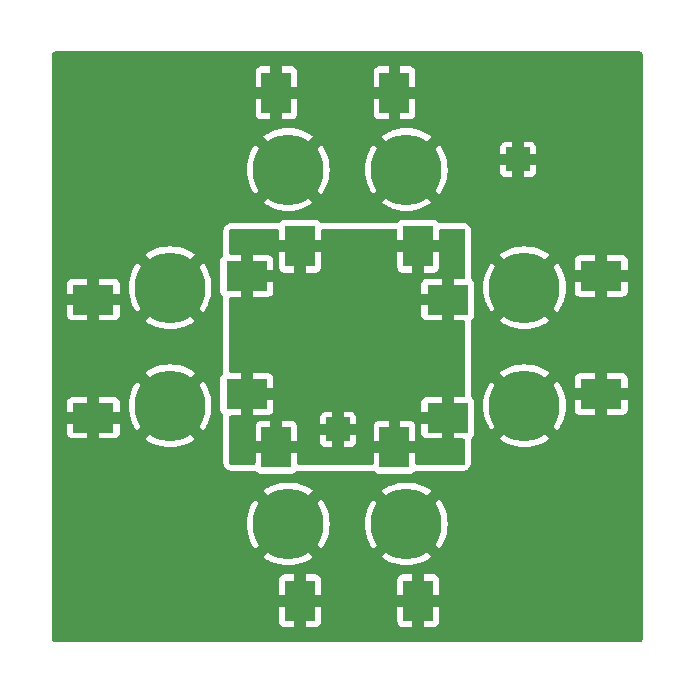
<source format=gtl>
%TF.GenerationSoftware,KiCad,Pcbnew,(6.0.8)*%
%TF.CreationDate,2022-11-29T16:13:45+01:00*%
%TF.ProjectId,board,626f6172-642e-46b6-9963-61645f706362,rev?*%
%TF.SameCoordinates,Original*%
%TF.FileFunction,Copper,L1,Top*%
%TF.FilePolarity,Positive*%
%FSLAX46Y46*%
G04 Gerber Fmt 4.6, Leading zero omitted, Abs format (unit mm)*
G04 Created by KiCad (PCBNEW (6.0.8)) date 2022-11-29 16:13:45*
%MOMM*%
%LPD*%
G01*
G04 APERTURE LIST*
%TA.AperFunction,SMDPad,CuDef*%
%ADD10R,3.500000X2.500000*%
%TD*%
%TA.AperFunction,SMDPad,CuDef*%
%ADD11C,6.000000*%
%TD*%
%TA.AperFunction,ComponentPad*%
%ADD12R,2.000000X2.000000*%
%TD*%
%TA.AperFunction,SMDPad,CuDef*%
%ADD13R,2.500000X3.500000*%
%TD*%
G04 APERTURE END LIST*
D10*
%TO.P,D4,1,K*%
%TO.N,+1V5*%
X101500000Y-114000000D03*
D11*
%TO.P,D4,2,A*%
%TO.N,+3V3*%
X95000000Y-115000000D03*
D10*
X88500000Y-116000000D03*
%TD*%
D12*
%TO.P,J1,1,Pin_1*%
%TO.N,+3V3*%
X124460000Y-104140000D03*
%TD*%
%TO.P,J2,1,Pin_1*%
%TO.N,+1V5*%
X109220000Y-127000000D03*
%TD*%
D13*
%TO.P,D5,1,K*%
%TO.N,+1V5*%
X116000000Y-111500000D03*
%TO.P,D5,2,A*%
%TO.N,+3V3*%
X114000000Y-98500000D03*
D11*
X115000000Y-105000000D03*
%TD*%
D13*
%TO.P,D2,1,K*%
%TO.N,+1V5*%
X106000000Y-111500000D03*
D11*
%TO.P,D2,2,A*%
%TO.N,+3V3*%
X105000000Y-105000000D03*
D13*
X104000000Y-98500000D03*
%TD*%
D10*
%TO.P,D6,1,K*%
%TO.N,+1V5*%
X118500000Y-126000000D03*
%TO.P,D6,2,A*%
%TO.N,+3V3*%
X131500000Y-124000000D03*
D11*
X125000000Y-125000000D03*
%TD*%
D13*
%TO.P,D3,1,K*%
%TO.N,+1V5*%
X104000000Y-128500000D03*
D11*
%TO.P,D3,2,A*%
%TO.N,+3V3*%
X105000000Y-135000000D03*
D13*
X106000000Y-141500000D03*
%TD*%
D10*
%TO.P,D1,1,K*%
%TO.N,+1V5*%
X101500000Y-124000000D03*
D11*
%TO.P,D1,2,A*%
%TO.N,+3V3*%
X95000000Y-125000000D03*
D10*
X88500000Y-126000000D03*
%TD*%
%TO.P,D7,1,K*%
%TO.N,+1V5*%
X118500000Y-116000000D03*
%TO.P,D7,2,A*%
%TO.N,+3V3*%
X131500000Y-114000000D03*
D11*
X125000000Y-115000000D03*
%TD*%
D13*
%TO.P,D8,1,K*%
%TO.N,+1V5*%
X114000000Y-128500000D03*
%TO.P,D8,2,A*%
%TO.N,+3V3*%
X116000000Y-141500000D03*
D11*
X115000000Y-135000000D03*
%TD*%
%TA.AperFunction,Conductor*%
%TO.N,+1V5*%
G36*
X104096288Y-110018954D02*
G01*
X104177070Y-110072930D01*
X104231046Y-110153712D01*
X104250000Y-110249000D01*
X104250000Y-110975473D01*
X104254069Y-110995931D01*
X104274527Y-111000000D01*
X107725473Y-111000000D01*
X107745931Y-110995931D01*
X107750000Y-110975473D01*
X107750000Y-110249000D01*
X107768954Y-110153712D01*
X107822930Y-110072930D01*
X107903712Y-110018954D01*
X107999000Y-110000000D01*
X114001000Y-110000000D01*
X114096288Y-110018954D01*
X114177070Y-110072930D01*
X114231046Y-110153712D01*
X114250000Y-110249000D01*
X114250000Y-110975473D01*
X114254069Y-110995931D01*
X114274527Y-111000000D01*
X117725473Y-111000000D01*
X117745931Y-110995931D01*
X117750000Y-110975473D01*
X117750000Y-110249000D01*
X117768954Y-110153712D01*
X117822930Y-110072930D01*
X117903712Y-110018954D01*
X117999000Y-110000000D01*
X119751000Y-110000000D01*
X119846288Y-110018954D01*
X119927070Y-110072930D01*
X119981046Y-110153712D01*
X120000000Y-110249000D01*
X120000000Y-114001000D01*
X119981046Y-114096288D01*
X119927070Y-114177070D01*
X119846288Y-114231046D01*
X119751000Y-114250000D01*
X119024527Y-114250000D01*
X119004069Y-114254069D01*
X119000000Y-114274527D01*
X119000000Y-117725473D01*
X119004069Y-117745931D01*
X119024527Y-117750000D01*
X119751000Y-117750000D01*
X119846288Y-117768954D01*
X119927070Y-117822930D01*
X119981046Y-117903712D01*
X120000000Y-117999000D01*
X120000000Y-124001000D01*
X119981046Y-124096288D01*
X119927070Y-124177070D01*
X119846288Y-124231046D01*
X119751000Y-124250000D01*
X119024527Y-124250000D01*
X119004069Y-124254069D01*
X119000000Y-124274527D01*
X119000000Y-127725473D01*
X119004069Y-127745931D01*
X119024527Y-127750000D01*
X119751000Y-127750000D01*
X119846288Y-127768954D01*
X119927070Y-127822930D01*
X119981046Y-127903712D01*
X120000000Y-127999000D01*
X120000000Y-129751000D01*
X119981046Y-129846288D01*
X119927070Y-129927070D01*
X119846288Y-129981046D01*
X119751000Y-130000000D01*
X115999000Y-130000000D01*
X115903712Y-129981046D01*
X115822930Y-129927070D01*
X115768954Y-129846288D01*
X115750000Y-129751000D01*
X115750000Y-129024527D01*
X115745931Y-129004069D01*
X115725473Y-129000000D01*
X112274527Y-129000000D01*
X112254069Y-129004069D01*
X112250000Y-129024527D01*
X112250000Y-129751000D01*
X112231046Y-129846288D01*
X112177070Y-129927070D01*
X112096288Y-129981046D01*
X112001000Y-130000000D01*
X105999000Y-130000000D01*
X105903712Y-129981046D01*
X105822930Y-129927070D01*
X105768954Y-129846288D01*
X105750000Y-129751000D01*
X105750000Y-129024527D01*
X105745931Y-129004069D01*
X105725473Y-129000000D01*
X102274527Y-129000000D01*
X102254069Y-129004069D01*
X102250000Y-129024527D01*
X102250000Y-129751000D01*
X102231046Y-129846288D01*
X102177070Y-129927070D01*
X102096288Y-129981046D01*
X102001000Y-130000000D01*
X100249000Y-130000000D01*
X100153712Y-129981046D01*
X100072930Y-129927070D01*
X100018954Y-129846288D01*
X100000000Y-129751000D01*
X100000000Y-128040593D01*
X107720000Y-128040593D01*
X107720727Y-128054028D01*
X107724956Y-128092955D01*
X107732122Y-128123089D01*
X107770691Y-128225973D01*
X107787554Y-128256774D01*
X107852171Y-128342992D01*
X107877008Y-128367829D01*
X107963226Y-128432446D01*
X107994027Y-128449309D01*
X108096911Y-128487878D01*
X108127045Y-128495044D01*
X108165972Y-128499273D01*
X108179407Y-128500000D01*
X108695473Y-128500000D01*
X108715931Y-128495931D01*
X108720000Y-128475473D01*
X109720000Y-128475473D01*
X109724069Y-128495931D01*
X109744527Y-128500000D01*
X110260593Y-128500000D01*
X110274028Y-128499273D01*
X110312955Y-128495044D01*
X110343089Y-128487878D01*
X110445973Y-128449309D01*
X110476774Y-128432446D01*
X110562992Y-128367829D01*
X110587829Y-128342992D01*
X110652446Y-128256774D01*
X110669309Y-128225973D01*
X110707878Y-128123089D01*
X110715044Y-128092955D01*
X110719273Y-128054028D01*
X110720000Y-128040593D01*
X110720000Y-127975473D01*
X112250000Y-127975473D01*
X112254069Y-127995931D01*
X112274527Y-128000000D01*
X113475473Y-128000000D01*
X113495931Y-127995931D01*
X113500000Y-127975473D01*
X114500000Y-127975473D01*
X114504069Y-127995931D01*
X114524527Y-128000000D01*
X115725473Y-128000000D01*
X115745931Y-127995931D01*
X115750000Y-127975473D01*
X115750000Y-127290593D01*
X116250000Y-127290593D01*
X116250727Y-127304028D01*
X116254956Y-127342955D01*
X116262122Y-127373089D01*
X116300691Y-127475973D01*
X116317554Y-127506774D01*
X116382171Y-127592992D01*
X116407008Y-127617829D01*
X116493226Y-127682446D01*
X116524027Y-127699309D01*
X116626911Y-127737878D01*
X116657045Y-127745044D01*
X116695972Y-127749273D01*
X116709407Y-127750000D01*
X117975473Y-127750000D01*
X117995931Y-127745931D01*
X118000000Y-127725473D01*
X118000000Y-126524527D01*
X117995931Y-126504069D01*
X117975473Y-126500000D01*
X116274527Y-126500000D01*
X116254069Y-126504069D01*
X116250000Y-126524527D01*
X116250000Y-127290593D01*
X115750000Y-127290593D01*
X115750000Y-126709407D01*
X115749273Y-126695972D01*
X115745044Y-126657045D01*
X115737878Y-126626911D01*
X115699309Y-126524027D01*
X115682446Y-126493226D01*
X115617829Y-126407008D01*
X115592992Y-126382171D01*
X115506774Y-126317554D01*
X115475973Y-126300691D01*
X115373089Y-126262122D01*
X115342955Y-126254956D01*
X115304028Y-126250727D01*
X115290593Y-126250000D01*
X114524527Y-126250000D01*
X114504069Y-126254069D01*
X114500000Y-126274527D01*
X114500000Y-127975473D01*
X113500000Y-127975473D01*
X113500000Y-126274527D01*
X113495931Y-126254069D01*
X113475473Y-126250000D01*
X112709407Y-126250000D01*
X112695972Y-126250727D01*
X112657045Y-126254956D01*
X112626911Y-126262122D01*
X112524027Y-126300691D01*
X112493226Y-126317554D01*
X112407008Y-126382171D01*
X112382171Y-126407008D01*
X112317554Y-126493226D01*
X112300691Y-126524027D01*
X112262122Y-126626911D01*
X112254956Y-126657045D01*
X112250727Y-126695972D01*
X112250000Y-126709407D01*
X112250000Y-127975473D01*
X110720000Y-127975473D01*
X110720000Y-127524527D01*
X110715931Y-127504069D01*
X110695473Y-127500000D01*
X109744527Y-127500000D01*
X109724069Y-127504069D01*
X109720000Y-127524527D01*
X109720000Y-128475473D01*
X108720000Y-128475473D01*
X108720000Y-127524527D01*
X108715931Y-127504069D01*
X108695473Y-127500000D01*
X107744527Y-127500000D01*
X107724069Y-127504069D01*
X107720000Y-127524527D01*
X107720000Y-128040593D01*
X100000000Y-128040593D01*
X100000000Y-127975473D01*
X102250000Y-127975473D01*
X102254069Y-127995931D01*
X102274527Y-128000000D01*
X103475473Y-128000000D01*
X103495931Y-127995931D01*
X103500000Y-127975473D01*
X104500000Y-127975473D01*
X104504069Y-127995931D01*
X104524527Y-128000000D01*
X105725473Y-128000000D01*
X105745931Y-127995931D01*
X105750000Y-127975473D01*
X105750000Y-126709407D01*
X105749273Y-126695972D01*
X105745044Y-126657045D01*
X105737878Y-126626911D01*
X105699309Y-126524027D01*
X105682446Y-126493226D01*
X105669141Y-126475473D01*
X107720000Y-126475473D01*
X107724069Y-126495931D01*
X107744527Y-126500000D01*
X108695473Y-126500000D01*
X108715931Y-126495931D01*
X108720000Y-126475473D01*
X109720000Y-126475473D01*
X109724069Y-126495931D01*
X109744527Y-126500000D01*
X110695473Y-126500000D01*
X110715931Y-126495931D01*
X110720000Y-126475473D01*
X110720000Y-125959407D01*
X110719273Y-125945972D01*
X110715044Y-125907045D01*
X110707878Y-125876911D01*
X110669309Y-125774027D01*
X110652446Y-125743226D01*
X110587829Y-125657008D01*
X110562992Y-125632171D01*
X110476774Y-125567554D01*
X110445973Y-125550691D01*
X110343089Y-125512122D01*
X110312955Y-125504956D01*
X110274028Y-125500727D01*
X110260593Y-125500000D01*
X109744527Y-125500000D01*
X109724069Y-125504069D01*
X109720000Y-125524527D01*
X109720000Y-126475473D01*
X108720000Y-126475473D01*
X108720000Y-125524527D01*
X108715931Y-125504069D01*
X108695473Y-125500000D01*
X108179407Y-125500000D01*
X108165972Y-125500727D01*
X108127045Y-125504956D01*
X108096911Y-125512122D01*
X107994027Y-125550691D01*
X107963226Y-125567554D01*
X107877008Y-125632171D01*
X107852171Y-125657008D01*
X107787554Y-125743226D01*
X107770691Y-125774027D01*
X107732122Y-125876911D01*
X107724956Y-125907045D01*
X107720727Y-125945972D01*
X107720000Y-125959407D01*
X107720000Y-126475473D01*
X105669141Y-126475473D01*
X105617829Y-126407008D01*
X105592992Y-126382171D01*
X105506774Y-126317554D01*
X105475973Y-126300691D01*
X105373089Y-126262122D01*
X105342955Y-126254956D01*
X105304028Y-126250727D01*
X105290593Y-126250000D01*
X104524527Y-126250000D01*
X104504069Y-126254069D01*
X104500000Y-126274527D01*
X104500000Y-127975473D01*
X103500000Y-127975473D01*
X103500000Y-126274527D01*
X103495931Y-126254069D01*
X103475473Y-126250000D01*
X102709407Y-126250000D01*
X102695972Y-126250727D01*
X102657045Y-126254956D01*
X102626911Y-126262122D01*
X102524027Y-126300691D01*
X102493226Y-126317554D01*
X102407008Y-126382171D01*
X102382171Y-126407008D01*
X102317554Y-126493226D01*
X102300691Y-126524027D01*
X102262122Y-126626911D01*
X102254956Y-126657045D01*
X102250727Y-126695972D01*
X102250000Y-126709407D01*
X102250000Y-127975473D01*
X100000000Y-127975473D01*
X100000000Y-125999000D01*
X100018954Y-125903712D01*
X100072930Y-125822930D01*
X100153712Y-125768954D01*
X100249000Y-125750000D01*
X100975473Y-125750000D01*
X100995931Y-125745931D01*
X101000000Y-125725473D01*
X102000000Y-125725473D01*
X102004069Y-125745931D01*
X102024527Y-125750000D01*
X103290593Y-125750000D01*
X103304028Y-125749273D01*
X103342955Y-125745044D01*
X103373089Y-125737878D01*
X103475973Y-125699309D01*
X103506774Y-125682446D01*
X103592992Y-125617829D01*
X103617829Y-125592992D01*
X103682446Y-125506774D01*
X103699309Y-125475973D01*
X103699496Y-125475473D01*
X116250000Y-125475473D01*
X116254069Y-125495931D01*
X116274527Y-125500000D01*
X117975473Y-125500000D01*
X117995931Y-125495931D01*
X118000000Y-125475473D01*
X118000000Y-124274527D01*
X117995931Y-124254069D01*
X117975473Y-124250000D01*
X116709407Y-124250000D01*
X116695972Y-124250727D01*
X116657045Y-124254956D01*
X116626911Y-124262122D01*
X116524027Y-124300691D01*
X116493226Y-124317554D01*
X116407008Y-124382171D01*
X116382171Y-124407008D01*
X116317554Y-124493226D01*
X116300691Y-124524027D01*
X116262122Y-124626911D01*
X116254956Y-124657045D01*
X116250727Y-124695972D01*
X116250000Y-124709407D01*
X116250000Y-125475473D01*
X103699496Y-125475473D01*
X103737878Y-125373089D01*
X103745044Y-125342955D01*
X103749273Y-125304028D01*
X103750000Y-125290593D01*
X103750000Y-124524527D01*
X103745931Y-124504069D01*
X103725473Y-124500000D01*
X102024527Y-124500000D01*
X102004069Y-124504069D01*
X102000000Y-124524527D01*
X102000000Y-125725473D01*
X101000000Y-125725473D01*
X101000000Y-123475473D01*
X102000000Y-123475473D01*
X102004069Y-123495931D01*
X102024527Y-123500000D01*
X103725473Y-123500000D01*
X103745931Y-123495931D01*
X103750000Y-123475473D01*
X103750000Y-122709407D01*
X103749273Y-122695972D01*
X103745044Y-122657045D01*
X103737878Y-122626911D01*
X103699309Y-122524027D01*
X103682446Y-122493226D01*
X103617829Y-122407008D01*
X103592992Y-122382171D01*
X103506774Y-122317554D01*
X103475973Y-122300691D01*
X103373089Y-122262122D01*
X103342955Y-122254956D01*
X103304028Y-122250727D01*
X103290593Y-122250000D01*
X102024527Y-122250000D01*
X102004069Y-122254069D01*
X102000000Y-122274527D01*
X102000000Y-123475473D01*
X101000000Y-123475473D01*
X101000000Y-122274527D01*
X100995931Y-122254069D01*
X100975473Y-122250000D01*
X100249000Y-122250000D01*
X100153712Y-122231046D01*
X100072930Y-122177070D01*
X100018954Y-122096288D01*
X100000000Y-122001000D01*
X100000000Y-117290593D01*
X116250000Y-117290593D01*
X116250727Y-117304028D01*
X116254956Y-117342955D01*
X116262122Y-117373089D01*
X116300691Y-117475973D01*
X116317554Y-117506774D01*
X116382171Y-117592992D01*
X116407008Y-117617829D01*
X116493226Y-117682446D01*
X116524027Y-117699309D01*
X116626911Y-117737878D01*
X116657045Y-117745044D01*
X116695972Y-117749273D01*
X116709407Y-117750000D01*
X117975473Y-117750000D01*
X117995931Y-117745931D01*
X118000000Y-117725473D01*
X118000000Y-116524527D01*
X117995931Y-116504069D01*
X117975473Y-116500000D01*
X116274527Y-116500000D01*
X116254069Y-116504069D01*
X116250000Y-116524527D01*
X116250000Y-117290593D01*
X100000000Y-117290593D01*
X100000000Y-115999000D01*
X100018954Y-115903712D01*
X100072930Y-115822930D01*
X100153712Y-115768954D01*
X100249000Y-115750000D01*
X100975473Y-115750000D01*
X100995931Y-115745931D01*
X101000000Y-115725473D01*
X102000000Y-115725473D01*
X102004069Y-115745931D01*
X102024527Y-115750000D01*
X103290593Y-115750000D01*
X103304028Y-115749273D01*
X103342955Y-115745044D01*
X103373089Y-115737878D01*
X103475973Y-115699309D01*
X103506774Y-115682446D01*
X103592992Y-115617829D01*
X103617829Y-115592992D01*
X103682446Y-115506774D01*
X103699309Y-115475973D01*
X103699496Y-115475473D01*
X116250000Y-115475473D01*
X116254069Y-115495931D01*
X116274527Y-115500000D01*
X117975473Y-115500000D01*
X117995931Y-115495931D01*
X118000000Y-115475473D01*
X118000000Y-114274527D01*
X117995931Y-114254069D01*
X117975473Y-114250000D01*
X116709407Y-114250000D01*
X116695972Y-114250727D01*
X116657045Y-114254956D01*
X116626911Y-114262122D01*
X116524027Y-114300691D01*
X116493226Y-114317554D01*
X116407008Y-114382171D01*
X116382171Y-114407008D01*
X116317554Y-114493226D01*
X116300691Y-114524027D01*
X116262122Y-114626911D01*
X116254956Y-114657045D01*
X116250727Y-114695972D01*
X116250000Y-114709407D01*
X116250000Y-115475473D01*
X103699496Y-115475473D01*
X103737878Y-115373089D01*
X103745044Y-115342955D01*
X103749273Y-115304028D01*
X103750000Y-115290593D01*
X103750000Y-114524527D01*
X103745931Y-114504069D01*
X103725473Y-114500000D01*
X102024527Y-114500000D01*
X102004069Y-114504069D01*
X102000000Y-114524527D01*
X102000000Y-115725473D01*
X101000000Y-115725473D01*
X101000000Y-113475473D01*
X102000000Y-113475473D01*
X102004069Y-113495931D01*
X102024527Y-113500000D01*
X103725473Y-113500000D01*
X103745931Y-113495931D01*
X103750000Y-113475473D01*
X103750000Y-113290593D01*
X104250000Y-113290593D01*
X104250727Y-113304028D01*
X104254956Y-113342955D01*
X104262122Y-113373089D01*
X104300691Y-113475973D01*
X104317554Y-113506774D01*
X104382171Y-113592992D01*
X104407008Y-113617829D01*
X104493226Y-113682446D01*
X104524027Y-113699309D01*
X104626911Y-113737878D01*
X104657045Y-113745044D01*
X104695972Y-113749273D01*
X104709407Y-113750000D01*
X105475473Y-113750000D01*
X105495931Y-113745931D01*
X105500000Y-113725473D01*
X106500000Y-113725473D01*
X106504069Y-113745931D01*
X106524527Y-113750000D01*
X107290593Y-113750000D01*
X107304028Y-113749273D01*
X107342955Y-113745044D01*
X107373089Y-113737878D01*
X107475973Y-113699309D01*
X107506774Y-113682446D01*
X107592992Y-113617829D01*
X107617829Y-113592992D01*
X107682446Y-113506774D01*
X107699309Y-113475973D01*
X107737878Y-113373089D01*
X107745044Y-113342955D01*
X107749273Y-113304028D01*
X107750000Y-113290593D01*
X114250000Y-113290593D01*
X114250727Y-113304028D01*
X114254956Y-113342955D01*
X114262122Y-113373089D01*
X114300691Y-113475973D01*
X114317554Y-113506774D01*
X114382171Y-113592992D01*
X114407008Y-113617829D01*
X114493226Y-113682446D01*
X114524027Y-113699309D01*
X114626911Y-113737878D01*
X114657045Y-113745044D01*
X114695972Y-113749273D01*
X114709407Y-113750000D01*
X115475473Y-113750000D01*
X115495931Y-113745931D01*
X115500000Y-113725473D01*
X116500000Y-113725473D01*
X116504069Y-113745931D01*
X116524527Y-113750000D01*
X117290593Y-113750000D01*
X117304028Y-113749273D01*
X117342955Y-113745044D01*
X117373089Y-113737878D01*
X117475973Y-113699309D01*
X117506774Y-113682446D01*
X117592992Y-113617829D01*
X117617829Y-113592992D01*
X117682446Y-113506774D01*
X117699309Y-113475973D01*
X117737878Y-113373089D01*
X117745044Y-113342955D01*
X117749273Y-113304028D01*
X117750000Y-113290593D01*
X117750000Y-112024527D01*
X117745931Y-112004069D01*
X117725473Y-112000000D01*
X116524527Y-112000000D01*
X116504069Y-112004069D01*
X116500000Y-112024527D01*
X116500000Y-113725473D01*
X115500000Y-113725473D01*
X115500000Y-112024527D01*
X115495931Y-112004069D01*
X115475473Y-112000000D01*
X114274527Y-112000000D01*
X114254069Y-112004069D01*
X114250000Y-112024527D01*
X114250000Y-113290593D01*
X107750000Y-113290593D01*
X107750000Y-112024527D01*
X107745931Y-112004069D01*
X107725473Y-112000000D01*
X106524527Y-112000000D01*
X106504069Y-112004069D01*
X106500000Y-112024527D01*
X106500000Y-113725473D01*
X105500000Y-113725473D01*
X105500000Y-112024527D01*
X105495931Y-112004069D01*
X105475473Y-112000000D01*
X104274527Y-112000000D01*
X104254069Y-112004069D01*
X104250000Y-112024527D01*
X104250000Y-113290593D01*
X103750000Y-113290593D01*
X103750000Y-112709407D01*
X103749273Y-112695972D01*
X103745044Y-112657045D01*
X103737878Y-112626911D01*
X103699309Y-112524027D01*
X103682446Y-112493226D01*
X103617829Y-112407008D01*
X103592992Y-112382171D01*
X103506774Y-112317554D01*
X103475973Y-112300691D01*
X103373089Y-112262122D01*
X103342955Y-112254956D01*
X103304028Y-112250727D01*
X103290593Y-112250000D01*
X102024527Y-112250000D01*
X102004069Y-112254069D01*
X102000000Y-112274527D01*
X102000000Y-113475473D01*
X101000000Y-113475473D01*
X101000000Y-112274527D01*
X100995931Y-112254069D01*
X100975473Y-112250000D01*
X100249000Y-112250000D01*
X100153712Y-112231046D01*
X100072930Y-112177070D01*
X100018954Y-112096288D01*
X100000000Y-112001000D01*
X100000000Y-110249000D01*
X100018954Y-110153712D01*
X100072930Y-110072930D01*
X100153712Y-110018954D01*
X100249000Y-110000000D01*
X104001000Y-110000000D01*
X104096288Y-110018954D01*
G37*
%TD.AperFunction*%
%TD*%
%TA.AperFunction,Conductor*%
%TO.N,+3V3*%
G36*
X134846288Y-95018954D02*
G01*
X134927070Y-95072930D01*
X134981046Y-95153712D01*
X135000000Y-95249000D01*
X135000000Y-144751000D01*
X134981046Y-144846288D01*
X134927070Y-144927070D01*
X134846288Y-144981046D01*
X134751000Y-145000000D01*
X85249000Y-145000000D01*
X85153712Y-144981046D01*
X85072930Y-144927070D01*
X85018954Y-144846288D01*
X85000000Y-144751000D01*
X85000000Y-143290593D01*
X104250000Y-143290593D01*
X104250727Y-143304028D01*
X104254956Y-143342955D01*
X104262122Y-143373089D01*
X104300691Y-143475973D01*
X104317554Y-143506774D01*
X104382171Y-143592992D01*
X104407008Y-143617829D01*
X104493226Y-143682446D01*
X104524027Y-143699309D01*
X104626911Y-143737878D01*
X104657045Y-143745044D01*
X104695972Y-143749273D01*
X104709407Y-143750000D01*
X105475473Y-143750000D01*
X105495931Y-143745931D01*
X105500000Y-143725473D01*
X106500000Y-143725473D01*
X106504069Y-143745931D01*
X106524527Y-143750000D01*
X107290593Y-143750000D01*
X107304028Y-143749273D01*
X107342955Y-143745044D01*
X107373089Y-143737878D01*
X107475973Y-143699309D01*
X107506774Y-143682446D01*
X107592992Y-143617829D01*
X107617829Y-143592992D01*
X107682446Y-143506774D01*
X107699309Y-143475973D01*
X107737878Y-143373089D01*
X107745044Y-143342955D01*
X107749273Y-143304028D01*
X107750000Y-143290593D01*
X114250000Y-143290593D01*
X114250727Y-143304028D01*
X114254956Y-143342955D01*
X114262122Y-143373089D01*
X114300691Y-143475973D01*
X114317554Y-143506774D01*
X114382171Y-143592992D01*
X114407008Y-143617829D01*
X114493226Y-143682446D01*
X114524027Y-143699309D01*
X114626911Y-143737878D01*
X114657045Y-143745044D01*
X114695972Y-143749273D01*
X114709407Y-143750000D01*
X115475473Y-143750000D01*
X115495931Y-143745931D01*
X115500000Y-143725473D01*
X116500000Y-143725473D01*
X116504069Y-143745931D01*
X116524527Y-143750000D01*
X117290593Y-143750000D01*
X117304028Y-143749273D01*
X117342955Y-143745044D01*
X117373089Y-143737878D01*
X117475973Y-143699309D01*
X117506774Y-143682446D01*
X117592992Y-143617829D01*
X117617829Y-143592992D01*
X117682446Y-143506774D01*
X117699309Y-143475973D01*
X117737878Y-143373089D01*
X117745044Y-143342955D01*
X117749273Y-143304028D01*
X117750000Y-143290593D01*
X117750000Y-142024527D01*
X117745931Y-142004069D01*
X117725473Y-142000000D01*
X116524527Y-142000000D01*
X116504069Y-142004069D01*
X116500000Y-142024527D01*
X116500000Y-143725473D01*
X115500000Y-143725473D01*
X115500000Y-142024527D01*
X115495931Y-142004069D01*
X115475473Y-142000000D01*
X114274527Y-142000000D01*
X114254069Y-142004069D01*
X114250000Y-142024527D01*
X114250000Y-143290593D01*
X107750000Y-143290593D01*
X107750000Y-142024527D01*
X107745931Y-142004069D01*
X107725473Y-142000000D01*
X106524527Y-142000000D01*
X106504069Y-142004069D01*
X106500000Y-142024527D01*
X106500000Y-143725473D01*
X105500000Y-143725473D01*
X105500000Y-142024527D01*
X105495931Y-142004069D01*
X105475473Y-142000000D01*
X104274527Y-142000000D01*
X104254069Y-142004069D01*
X104250000Y-142024527D01*
X104250000Y-143290593D01*
X85000000Y-143290593D01*
X85000000Y-140975473D01*
X104250000Y-140975473D01*
X104254069Y-140995931D01*
X104274527Y-141000000D01*
X105475473Y-141000000D01*
X105495931Y-140995931D01*
X105500000Y-140975473D01*
X106500000Y-140975473D01*
X106504069Y-140995931D01*
X106524527Y-141000000D01*
X107725473Y-141000000D01*
X107745931Y-140995931D01*
X107750000Y-140975473D01*
X114250000Y-140975473D01*
X114254069Y-140995931D01*
X114274527Y-141000000D01*
X115475473Y-141000000D01*
X115495931Y-140995931D01*
X115500000Y-140975473D01*
X116500000Y-140975473D01*
X116504069Y-140995931D01*
X116524527Y-141000000D01*
X117725473Y-141000000D01*
X117745931Y-140995931D01*
X117750000Y-140975473D01*
X117750000Y-139709407D01*
X117749273Y-139695972D01*
X117745044Y-139657045D01*
X117737878Y-139626911D01*
X117699309Y-139524027D01*
X117682446Y-139493226D01*
X117617829Y-139407008D01*
X117592992Y-139382171D01*
X117506774Y-139317554D01*
X117475973Y-139300691D01*
X117373089Y-139262122D01*
X117342955Y-139254956D01*
X117304028Y-139250727D01*
X117290593Y-139250000D01*
X116524527Y-139250000D01*
X116504069Y-139254069D01*
X116500000Y-139274527D01*
X116500000Y-140975473D01*
X115500000Y-140975473D01*
X115500000Y-139274527D01*
X115495931Y-139254069D01*
X115475473Y-139250000D01*
X114709407Y-139250000D01*
X114695972Y-139250727D01*
X114657045Y-139254956D01*
X114626911Y-139262122D01*
X114524027Y-139300691D01*
X114493226Y-139317554D01*
X114407008Y-139382171D01*
X114382171Y-139407008D01*
X114317554Y-139493226D01*
X114300691Y-139524027D01*
X114262122Y-139626911D01*
X114254956Y-139657045D01*
X114250727Y-139695972D01*
X114250000Y-139709407D01*
X114250000Y-140975473D01*
X107750000Y-140975473D01*
X107750000Y-139709407D01*
X107749273Y-139695972D01*
X107745044Y-139657045D01*
X107737878Y-139626911D01*
X107699309Y-139524027D01*
X107682446Y-139493226D01*
X107617829Y-139407008D01*
X107592992Y-139382171D01*
X107506774Y-139317554D01*
X107475973Y-139300691D01*
X107373089Y-139262122D01*
X107342955Y-139254956D01*
X107304028Y-139250727D01*
X107290593Y-139250000D01*
X106524527Y-139250000D01*
X106504069Y-139254069D01*
X106500000Y-139274527D01*
X106500000Y-140975473D01*
X105500000Y-140975473D01*
X105500000Y-139274527D01*
X105495931Y-139254069D01*
X105475473Y-139250000D01*
X104709407Y-139250000D01*
X104695972Y-139250727D01*
X104657045Y-139254956D01*
X104626911Y-139262122D01*
X104524027Y-139300691D01*
X104493226Y-139317554D01*
X104407008Y-139382171D01*
X104382171Y-139407008D01*
X104317554Y-139493226D01*
X104300691Y-139524027D01*
X104262122Y-139626911D01*
X104254956Y-139657045D01*
X104250727Y-139695972D01*
X104250000Y-139709407D01*
X104250000Y-140975473D01*
X85000000Y-140975473D01*
X85000000Y-137804899D01*
X102907961Y-137804899D01*
X102914746Y-137815053D01*
X102934858Y-137831339D01*
X102945399Y-137838998D01*
X103242131Y-138031698D01*
X103253401Y-138038205D01*
X103568665Y-138198840D01*
X103580555Y-138204134D01*
X103910858Y-138330925D01*
X103923257Y-138334954D01*
X104265007Y-138426526D01*
X104277764Y-138429237D01*
X104627208Y-138484583D01*
X104640152Y-138485944D01*
X104993493Y-138504462D01*
X105006507Y-138504462D01*
X105359848Y-138485944D01*
X105372792Y-138484583D01*
X105722236Y-138429237D01*
X105734993Y-138426526D01*
X106076743Y-138334954D01*
X106089142Y-138330925D01*
X106419445Y-138204134D01*
X106431335Y-138198840D01*
X106746599Y-138038205D01*
X106757869Y-138031698D01*
X107054601Y-137838998D01*
X107065142Y-137831339D01*
X107078734Y-137820333D01*
X107091570Y-137804899D01*
X112907961Y-137804899D01*
X112914746Y-137815053D01*
X112934858Y-137831339D01*
X112945399Y-137838998D01*
X113242131Y-138031698D01*
X113253401Y-138038205D01*
X113568665Y-138198840D01*
X113580555Y-138204134D01*
X113910858Y-138330925D01*
X113923257Y-138334954D01*
X114265007Y-138426526D01*
X114277764Y-138429237D01*
X114627208Y-138484583D01*
X114640152Y-138485944D01*
X114993493Y-138504462D01*
X115006507Y-138504462D01*
X115359848Y-138485944D01*
X115372792Y-138484583D01*
X115722236Y-138429237D01*
X115734993Y-138426526D01*
X116076743Y-138334954D01*
X116089142Y-138330925D01*
X116419445Y-138204134D01*
X116431335Y-138198840D01*
X116746599Y-138038205D01*
X116757869Y-138031698D01*
X117054601Y-137838998D01*
X117065142Y-137831339D01*
X117078734Y-137820333D01*
X117092070Y-137804298D01*
X117086384Y-137793490D01*
X115017341Y-135724448D01*
X115000000Y-135712861D01*
X114982659Y-135724448D01*
X112919548Y-137787558D01*
X112907961Y-137804899D01*
X107091570Y-137804899D01*
X107092070Y-137804298D01*
X107086384Y-137793490D01*
X105017341Y-135724448D01*
X105000000Y-135712861D01*
X104982659Y-135724448D01*
X102919548Y-137787558D01*
X102907961Y-137804899D01*
X85000000Y-137804899D01*
X85000000Y-135006507D01*
X101495538Y-135006507D01*
X101514056Y-135359848D01*
X101515417Y-135372792D01*
X101570763Y-135722236D01*
X101573474Y-135734993D01*
X101665046Y-136076743D01*
X101669075Y-136089142D01*
X101795867Y-136419448D01*
X101801162Y-136431339D01*
X101961790Y-136746587D01*
X101968304Y-136757871D01*
X102161002Y-137054601D01*
X102168661Y-137065142D01*
X102179667Y-137078734D01*
X102195702Y-137092070D01*
X102206510Y-137086384D01*
X104275552Y-135017341D01*
X104287139Y-135000000D01*
X105712861Y-135000000D01*
X105724448Y-135017341D01*
X107787558Y-137080452D01*
X107804899Y-137092039D01*
X107815053Y-137085254D01*
X107831339Y-137065142D01*
X107838998Y-137054601D01*
X108031696Y-136757871D01*
X108038210Y-136746587D01*
X108198838Y-136431339D01*
X108204133Y-136419448D01*
X108330925Y-136089142D01*
X108334954Y-136076743D01*
X108426526Y-135734993D01*
X108429237Y-135722236D01*
X108484583Y-135372792D01*
X108485944Y-135359848D01*
X108504462Y-135006507D01*
X111495538Y-135006507D01*
X111514056Y-135359848D01*
X111515417Y-135372792D01*
X111570763Y-135722236D01*
X111573474Y-135734993D01*
X111665046Y-136076743D01*
X111669075Y-136089142D01*
X111795867Y-136419448D01*
X111801162Y-136431339D01*
X111961790Y-136746587D01*
X111968304Y-136757871D01*
X112161002Y-137054601D01*
X112168661Y-137065142D01*
X112179667Y-137078734D01*
X112195702Y-137092070D01*
X112206510Y-137086384D01*
X114275552Y-135017341D01*
X114287139Y-135000000D01*
X115712861Y-135000000D01*
X115724448Y-135017341D01*
X117787558Y-137080452D01*
X117804899Y-137092039D01*
X117815053Y-137085254D01*
X117831339Y-137065142D01*
X117838998Y-137054601D01*
X118031696Y-136757871D01*
X118038210Y-136746587D01*
X118198838Y-136431339D01*
X118204133Y-136419448D01*
X118330925Y-136089142D01*
X118334954Y-136076743D01*
X118426526Y-135734993D01*
X118429237Y-135722236D01*
X118484583Y-135372792D01*
X118485944Y-135359848D01*
X118504462Y-135006507D01*
X118504462Y-134993493D01*
X118485944Y-134640152D01*
X118484583Y-134627208D01*
X118429237Y-134277764D01*
X118426526Y-134265007D01*
X118334954Y-133923257D01*
X118330925Y-133910858D01*
X118204133Y-133580552D01*
X118198838Y-133568661D01*
X118038210Y-133253413D01*
X118031696Y-133242129D01*
X117838998Y-132945399D01*
X117831339Y-132934858D01*
X117820333Y-132921266D01*
X117804298Y-132907930D01*
X117793490Y-132913616D01*
X115724448Y-134982659D01*
X115712861Y-135000000D01*
X114287139Y-135000000D01*
X114275552Y-134982659D01*
X112212442Y-132919548D01*
X112195101Y-132907961D01*
X112184947Y-132914746D01*
X112168661Y-132934858D01*
X112161002Y-132945399D01*
X111968304Y-133242129D01*
X111961790Y-133253413D01*
X111801162Y-133568661D01*
X111795867Y-133580552D01*
X111669075Y-133910858D01*
X111665046Y-133923257D01*
X111573474Y-134265007D01*
X111570763Y-134277764D01*
X111515417Y-134627208D01*
X111514056Y-134640152D01*
X111495538Y-134993493D01*
X111495538Y-135006507D01*
X108504462Y-135006507D01*
X108504462Y-134993493D01*
X108485944Y-134640152D01*
X108484583Y-134627208D01*
X108429237Y-134277764D01*
X108426526Y-134265007D01*
X108334954Y-133923257D01*
X108330925Y-133910858D01*
X108204133Y-133580552D01*
X108198838Y-133568661D01*
X108038210Y-133253413D01*
X108031696Y-133242129D01*
X107838998Y-132945399D01*
X107831339Y-132934858D01*
X107820333Y-132921266D01*
X107804298Y-132907930D01*
X107793490Y-132913616D01*
X105724448Y-134982659D01*
X105712861Y-135000000D01*
X104287139Y-135000000D01*
X104275552Y-134982659D01*
X102212442Y-132919548D01*
X102195101Y-132907961D01*
X102184947Y-132914746D01*
X102168661Y-132934858D01*
X102161002Y-132945399D01*
X101968304Y-133242129D01*
X101961790Y-133253413D01*
X101801162Y-133568661D01*
X101795867Y-133580552D01*
X101669075Y-133910858D01*
X101665046Y-133923257D01*
X101573474Y-134265007D01*
X101570763Y-134277764D01*
X101515417Y-134627208D01*
X101514056Y-134640152D01*
X101495538Y-134993493D01*
X101495538Y-135006507D01*
X85000000Y-135006507D01*
X85000000Y-132195702D01*
X102907930Y-132195702D01*
X102913616Y-132206510D01*
X104982659Y-134275552D01*
X105000000Y-134287139D01*
X105017341Y-134275552D01*
X107080452Y-132212442D01*
X107091637Y-132195702D01*
X112907930Y-132195702D01*
X112913616Y-132206510D01*
X114982659Y-134275552D01*
X115000000Y-134287139D01*
X115017341Y-134275552D01*
X117080452Y-132212442D01*
X117092039Y-132195101D01*
X117085254Y-132184947D01*
X117065142Y-132168661D01*
X117054601Y-132161002D01*
X116757869Y-131968302D01*
X116746599Y-131961795D01*
X116431335Y-131801160D01*
X116419445Y-131795866D01*
X116089142Y-131669075D01*
X116076743Y-131665046D01*
X115734993Y-131573474D01*
X115722236Y-131570763D01*
X115372792Y-131515417D01*
X115359848Y-131514056D01*
X115006507Y-131495538D01*
X114993493Y-131495538D01*
X114640152Y-131514056D01*
X114627208Y-131515417D01*
X114277764Y-131570763D01*
X114265007Y-131573474D01*
X113923257Y-131665046D01*
X113910858Y-131669075D01*
X113580552Y-131795867D01*
X113568661Y-131801162D01*
X113253413Y-131961790D01*
X113242129Y-131968304D01*
X112945399Y-132161002D01*
X112934858Y-132168661D01*
X112921266Y-132179667D01*
X112907930Y-132195702D01*
X107091637Y-132195702D01*
X107092039Y-132195101D01*
X107085254Y-132184947D01*
X107065142Y-132168661D01*
X107054601Y-132161002D01*
X106757869Y-131968302D01*
X106746599Y-131961795D01*
X106431335Y-131801160D01*
X106419445Y-131795866D01*
X106089142Y-131669075D01*
X106076743Y-131665046D01*
X105734993Y-131573474D01*
X105722236Y-131570763D01*
X105372792Y-131515417D01*
X105359848Y-131514056D01*
X105006507Y-131495538D01*
X104993493Y-131495538D01*
X104640152Y-131514056D01*
X104627208Y-131515417D01*
X104277764Y-131570763D01*
X104265007Y-131573474D01*
X103923257Y-131665046D01*
X103910858Y-131669075D01*
X103580552Y-131795867D01*
X103568661Y-131801162D01*
X103253413Y-131961790D01*
X103242129Y-131968304D01*
X102945399Y-132161002D01*
X102934858Y-132168661D01*
X102921266Y-132179667D01*
X102907930Y-132195702D01*
X85000000Y-132195702D01*
X85000000Y-127804899D01*
X92907961Y-127804899D01*
X92914746Y-127815053D01*
X92934858Y-127831339D01*
X92945399Y-127838998D01*
X93242131Y-128031698D01*
X93253401Y-128038205D01*
X93568665Y-128198840D01*
X93580555Y-128204134D01*
X93910858Y-128330925D01*
X93923257Y-128334954D01*
X94265007Y-128426526D01*
X94277764Y-128429237D01*
X94627208Y-128484583D01*
X94640152Y-128485944D01*
X94993493Y-128504462D01*
X95006507Y-128504462D01*
X95359848Y-128485944D01*
X95372792Y-128484583D01*
X95722236Y-128429237D01*
X95734993Y-128426526D01*
X96076743Y-128334954D01*
X96089142Y-128330925D01*
X96419445Y-128204134D01*
X96431335Y-128198840D01*
X96746599Y-128038205D01*
X96757869Y-128031698D01*
X97054601Y-127838998D01*
X97065142Y-127831339D01*
X97078734Y-127820333D01*
X97092070Y-127804298D01*
X97086384Y-127793490D01*
X95017341Y-125724448D01*
X95000000Y-125712861D01*
X94982659Y-125724448D01*
X92919548Y-127787558D01*
X92907961Y-127804899D01*
X85000000Y-127804899D01*
X85000000Y-127290593D01*
X86250000Y-127290593D01*
X86250727Y-127304028D01*
X86254956Y-127342955D01*
X86262122Y-127373089D01*
X86300691Y-127475973D01*
X86317554Y-127506774D01*
X86382171Y-127592992D01*
X86407008Y-127617829D01*
X86493226Y-127682446D01*
X86524027Y-127699309D01*
X86626911Y-127737878D01*
X86657045Y-127745044D01*
X86695972Y-127749273D01*
X86709407Y-127750000D01*
X87975473Y-127750000D01*
X87995931Y-127745931D01*
X88000000Y-127725473D01*
X89000000Y-127725473D01*
X89004069Y-127745931D01*
X89024527Y-127750000D01*
X90290593Y-127750000D01*
X90304028Y-127749273D01*
X90342955Y-127745044D01*
X90373089Y-127737878D01*
X90475973Y-127699309D01*
X90506774Y-127682446D01*
X90592992Y-127617829D01*
X90617829Y-127592992D01*
X90682446Y-127506774D01*
X90699309Y-127475973D01*
X90737878Y-127373089D01*
X90745044Y-127342955D01*
X90749273Y-127304028D01*
X90750000Y-127290593D01*
X90750000Y-126524527D01*
X90745931Y-126504069D01*
X90725473Y-126500000D01*
X89024527Y-126500000D01*
X89004069Y-126504069D01*
X89000000Y-126524527D01*
X89000000Y-127725473D01*
X88000000Y-127725473D01*
X88000000Y-126524527D01*
X87995931Y-126504069D01*
X87975473Y-126500000D01*
X86274527Y-126500000D01*
X86254069Y-126504069D01*
X86250000Y-126524527D01*
X86250000Y-127290593D01*
X85000000Y-127290593D01*
X85000000Y-125475473D01*
X86250000Y-125475473D01*
X86254069Y-125495931D01*
X86274527Y-125500000D01*
X87975473Y-125500000D01*
X87995931Y-125495931D01*
X88000000Y-125475473D01*
X89000000Y-125475473D01*
X89004069Y-125495931D01*
X89024527Y-125500000D01*
X90725473Y-125500000D01*
X90745931Y-125495931D01*
X90750000Y-125475473D01*
X90750000Y-125006507D01*
X91495538Y-125006507D01*
X91514056Y-125359848D01*
X91515417Y-125372792D01*
X91570763Y-125722236D01*
X91573474Y-125734993D01*
X91665046Y-126076743D01*
X91669075Y-126089142D01*
X91795867Y-126419448D01*
X91801162Y-126431339D01*
X91961790Y-126746587D01*
X91968304Y-126757871D01*
X92161002Y-127054601D01*
X92168661Y-127065142D01*
X92179667Y-127078734D01*
X92195702Y-127092070D01*
X92206510Y-127086384D01*
X94275552Y-125017341D01*
X94287139Y-125000000D01*
X95712861Y-125000000D01*
X95724448Y-125017341D01*
X97787558Y-127080452D01*
X97804899Y-127092039D01*
X97815053Y-127085254D01*
X97831339Y-127065142D01*
X97838998Y-127054601D01*
X98031696Y-126757871D01*
X98038210Y-126746587D01*
X98198838Y-126431339D01*
X98204133Y-126419448D01*
X98330925Y-126089142D01*
X98334954Y-126076743D01*
X98426526Y-125734993D01*
X98429237Y-125722236D01*
X98484583Y-125372792D01*
X98485944Y-125359848D01*
X98504462Y-125006507D01*
X98504462Y-124993493D01*
X98485944Y-124640152D01*
X98484583Y-124627208D01*
X98429237Y-124277764D01*
X98426526Y-124265007D01*
X98334954Y-123923257D01*
X98330925Y-123910858D01*
X98204133Y-123580552D01*
X98198838Y-123568661D01*
X98038210Y-123253413D01*
X98031696Y-123242129D01*
X97838998Y-122945399D01*
X97831339Y-122934858D01*
X97820333Y-122921266D01*
X97804298Y-122907930D01*
X97793490Y-122913616D01*
X95724448Y-124982659D01*
X95712861Y-125000000D01*
X94287139Y-125000000D01*
X94275552Y-124982659D01*
X92212442Y-122919548D01*
X92195101Y-122907961D01*
X92184947Y-122914746D01*
X92168661Y-122934858D01*
X92161002Y-122945399D01*
X91968304Y-123242129D01*
X91961790Y-123253413D01*
X91801162Y-123568661D01*
X91795867Y-123580552D01*
X91669075Y-123910858D01*
X91665046Y-123923257D01*
X91573474Y-124265007D01*
X91570763Y-124277764D01*
X91515417Y-124627208D01*
X91514056Y-124640152D01*
X91495538Y-124993493D01*
X91495538Y-125006507D01*
X90750000Y-125006507D01*
X90750000Y-124709407D01*
X90749273Y-124695972D01*
X90745044Y-124657045D01*
X90737878Y-124626911D01*
X90699309Y-124524027D01*
X90682446Y-124493226D01*
X90617829Y-124407008D01*
X90592992Y-124382171D01*
X90506774Y-124317554D01*
X90475973Y-124300691D01*
X90373089Y-124262122D01*
X90342955Y-124254956D01*
X90304028Y-124250727D01*
X90290593Y-124250000D01*
X89024527Y-124250000D01*
X89004069Y-124254069D01*
X89000000Y-124274527D01*
X89000000Y-125475473D01*
X88000000Y-125475473D01*
X88000000Y-124274527D01*
X87995931Y-124254069D01*
X87975473Y-124250000D01*
X86709407Y-124250000D01*
X86695972Y-124250727D01*
X86657045Y-124254956D01*
X86626911Y-124262122D01*
X86524027Y-124300691D01*
X86493226Y-124317554D01*
X86407008Y-124382171D01*
X86382171Y-124407008D01*
X86317554Y-124493226D01*
X86300691Y-124524027D01*
X86262122Y-124626911D01*
X86254956Y-124657045D01*
X86250727Y-124695972D01*
X86250000Y-124709407D01*
X86250000Y-125475473D01*
X85000000Y-125475473D01*
X85000000Y-122195702D01*
X92907930Y-122195702D01*
X92913616Y-122206510D01*
X94982659Y-124275552D01*
X95000000Y-124287139D01*
X95017341Y-124275552D01*
X96590271Y-122702623D01*
X99249500Y-122702623D01*
X99249501Y-125297376D01*
X99256149Y-125358580D01*
X99306474Y-125492824D01*
X99392454Y-125607546D01*
X99414929Y-125624390D01*
X99479811Y-125696700D01*
X99512084Y-125788339D01*
X99509814Y-125872221D01*
X99505407Y-125894376D01*
X99505405Y-125894389D01*
X99504213Y-125900382D01*
X99494500Y-125999000D01*
X99494500Y-129751000D01*
X99504213Y-129849618D01*
X99523167Y-129944906D01*
X99536549Y-129997335D01*
X99598644Y-130127126D01*
X99652620Y-130207908D01*
X99685053Y-130251233D01*
X99694154Y-130259408D01*
X99694156Y-130259410D01*
X99778961Y-130335585D01*
X99792092Y-130347380D01*
X99872874Y-130401356D01*
X99919409Y-130428966D01*
X99961818Y-130443927D01*
X100046708Y-130473875D01*
X100046713Y-130473876D01*
X100055094Y-130476833D01*
X100063806Y-130478566D01*
X100063810Y-130478567D01*
X100101553Y-130486074D01*
X100150382Y-130495787D01*
X100249000Y-130505500D01*
X102001000Y-130505500D01*
X102099618Y-130495787D01*
X102105611Y-130494595D01*
X102105624Y-130494593D01*
X102127779Y-130490186D01*
X102224934Y-130490185D01*
X102314693Y-130527364D01*
X102375610Y-130585071D01*
X102392454Y-130607546D01*
X102507176Y-130693526D01*
X102523787Y-130699753D01*
X102626804Y-130738372D01*
X102626805Y-130738372D01*
X102641420Y-130743851D01*
X102702623Y-130750500D01*
X103999133Y-130750500D01*
X105297376Y-130750499D01*
X105358580Y-130743851D01*
X105492824Y-130693526D01*
X105607546Y-130607546D01*
X105624390Y-130585071D01*
X105696700Y-130520189D01*
X105788339Y-130487916D01*
X105872221Y-130490186D01*
X105894376Y-130494593D01*
X105894389Y-130494595D01*
X105900382Y-130495787D01*
X105999000Y-130505500D01*
X112001000Y-130505500D01*
X112099618Y-130495787D01*
X112105611Y-130494595D01*
X112105624Y-130494593D01*
X112127779Y-130490186D01*
X112224934Y-130490185D01*
X112314693Y-130527364D01*
X112375610Y-130585071D01*
X112392454Y-130607546D01*
X112507176Y-130693526D01*
X112523787Y-130699753D01*
X112626804Y-130738372D01*
X112626805Y-130738372D01*
X112641420Y-130743851D01*
X112702623Y-130750500D01*
X113999133Y-130750500D01*
X115297376Y-130750499D01*
X115358580Y-130743851D01*
X115492824Y-130693526D01*
X115607546Y-130607546D01*
X115624390Y-130585071D01*
X115696700Y-130520189D01*
X115788339Y-130487916D01*
X115872221Y-130490186D01*
X115894376Y-130494593D01*
X115894389Y-130494595D01*
X115900382Y-130495787D01*
X115999000Y-130505500D01*
X119751000Y-130505500D01*
X119849618Y-130495787D01*
X119944906Y-130476833D01*
X119997335Y-130463451D01*
X120127126Y-130401356D01*
X120207908Y-130347380D01*
X120215844Y-130341439D01*
X120241438Y-130322280D01*
X120241441Y-130322277D01*
X120251233Y-130314947D01*
X120347380Y-130207908D01*
X120401356Y-130127126D01*
X120428966Y-130080591D01*
X120476833Y-129944906D01*
X120495787Y-129849618D01*
X120505500Y-129751000D01*
X120505500Y-127999000D01*
X120495787Y-127900382D01*
X120494595Y-127894389D01*
X120494593Y-127894376D01*
X120490186Y-127872221D01*
X120490185Y-127804899D01*
X122907961Y-127804899D01*
X122914746Y-127815053D01*
X122934858Y-127831339D01*
X122945399Y-127838998D01*
X123242131Y-128031698D01*
X123253401Y-128038205D01*
X123568665Y-128198840D01*
X123580555Y-128204134D01*
X123910858Y-128330925D01*
X123923257Y-128334954D01*
X124265007Y-128426526D01*
X124277764Y-128429237D01*
X124627208Y-128484583D01*
X124640152Y-128485944D01*
X124993493Y-128504462D01*
X125006507Y-128504462D01*
X125359848Y-128485944D01*
X125372792Y-128484583D01*
X125722236Y-128429237D01*
X125734993Y-128426526D01*
X126076743Y-128334954D01*
X126089142Y-128330925D01*
X126419445Y-128204134D01*
X126431335Y-128198840D01*
X126746599Y-128038205D01*
X126757869Y-128031698D01*
X127054601Y-127838998D01*
X127065142Y-127831339D01*
X127078734Y-127820333D01*
X127092070Y-127804298D01*
X127086384Y-127793490D01*
X125017341Y-125724448D01*
X125000000Y-125712861D01*
X124982659Y-125724448D01*
X122919548Y-127787558D01*
X122907961Y-127804899D01*
X120490185Y-127804899D01*
X120490185Y-127775066D01*
X120527364Y-127685307D01*
X120585071Y-127624390D01*
X120607546Y-127607546D01*
X120693526Y-127492824D01*
X120743851Y-127358580D01*
X120745549Y-127342955D01*
X120749772Y-127304075D01*
X120750500Y-127297377D01*
X120750499Y-125006507D01*
X121495538Y-125006507D01*
X121514056Y-125359848D01*
X121515417Y-125372792D01*
X121570763Y-125722236D01*
X121573474Y-125734993D01*
X121665046Y-126076743D01*
X121669075Y-126089142D01*
X121795867Y-126419448D01*
X121801162Y-126431339D01*
X121961790Y-126746587D01*
X121968304Y-126757871D01*
X122161002Y-127054601D01*
X122168661Y-127065142D01*
X122179667Y-127078734D01*
X122195702Y-127092070D01*
X122206510Y-127086384D01*
X124275552Y-125017341D01*
X124287139Y-125000000D01*
X125712861Y-125000000D01*
X125724448Y-125017341D01*
X127787558Y-127080452D01*
X127804899Y-127092039D01*
X127815053Y-127085254D01*
X127831339Y-127065142D01*
X127838998Y-127054601D01*
X128031696Y-126757871D01*
X128038210Y-126746587D01*
X128198838Y-126431339D01*
X128204133Y-126419448D01*
X128330925Y-126089142D01*
X128334954Y-126076743D01*
X128426526Y-125734993D01*
X128429237Y-125722236D01*
X128484583Y-125372792D01*
X128485944Y-125359848D01*
X128489574Y-125290593D01*
X129250000Y-125290593D01*
X129250727Y-125304028D01*
X129254956Y-125342955D01*
X129262122Y-125373089D01*
X129300691Y-125475973D01*
X129317554Y-125506774D01*
X129382171Y-125592992D01*
X129407008Y-125617829D01*
X129493226Y-125682446D01*
X129524027Y-125699309D01*
X129626911Y-125737878D01*
X129657045Y-125745044D01*
X129695972Y-125749273D01*
X129709407Y-125750000D01*
X130975473Y-125750000D01*
X130995931Y-125745931D01*
X131000000Y-125725473D01*
X132000000Y-125725473D01*
X132004069Y-125745931D01*
X132024527Y-125750000D01*
X133290593Y-125750000D01*
X133304028Y-125749273D01*
X133342955Y-125745044D01*
X133373089Y-125737878D01*
X133475973Y-125699309D01*
X133506774Y-125682446D01*
X133592992Y-125617829D01*
X133617829Y-125592992D01*
X133682446Y-125506774D01*
X133699309Y-125475973D01*
X133737878Y-125373089D01*
X133745044Y-125342955D01*
X133749273Y-125304028D01*
X133750000Y-125290593D01*
X133750000Y-124524527D01*
X133745931Y-124504069D01*
X133725473Y-124500000D01*
X132024527Y-124500000D01*
X132004069Y-124504069D01*
X132000000Y-124524527D01*
X132000000Y-125725473D01*
X131000000Y-125725473D01*
X131000000Y-124524527D01*
X130995931Y-124504069D01*
X130975473Y-124500000D01*
X129274527Y-124500000D01*
X129254069Y-124504069D01*
X129250000Y-124524527D01*
X129250000Y-125290593D01*
X128489574Y-125290593D01*
X128504462Y-125006507D01*
X128504462Y-124993493D01*
X128485944Y-124640152D01*
X128484583Y-124627208D01*
X128429237Y-124277764D01*
X128426526Y-124265007D01*
X128334954Y-123923257D01*
X128330925Y-123910858D01*
X128204133Y-123580552D01*
X128198838Y-123568661D01*
X128151356Y-123475473D01*
X129250000Y-123475473D01*
X129254069Y-123495931D01*
X129274527Y-123500000D01*
X130975473Y-123500000D01*
X130995931Y-123495931D01*
X131000000Y-123475473D01*
X132000000Y-123475473D01*
X132004069Y-123495931D01*
X132024527Y-123500000D01*
X133725473Y-123500000D01*
X133745931Y-123495931D01*
X133750000Y-123475473D01*
X133750000Y-122709407D01*
X133749273Y-122695972D01*
X133745044Y-122657045D01*
X133737878Y-122626911D01*
X133699309Y-122524027D01*
X133682446Y-122493226D01*
X133617829Y-122407008D01*
X133592992Y-122382171D01*
X133506774Y-122317554D01*
X133475973Y-122300691D01*
X133373089Y-122262122D01*
X133342955Y-122254956D01*
X133304028Y-122250727D01*
X133290593Y-122250000D01*
X132024527Y-122250000D01*
X132004069Y-122254069D01*
X132000000Y-122274527D01*
X132000000Y-123475473D01*
X131000000Y-123475473D01*
X131000000Y-122274527D01*
X130995931Y-122254069D01*
X130975473Y-122250000D01*
X129709407Y-122250000D01*
X129695972Y-122250727D01*
X129657045Y-122254956D01*
X129626911Y-122262122D01*
X129524027Y-122300691D01*
X129493226Y-122317554D01*
X129407008Y-122382171D01*
X129382171Y-122407008D01*
X129317554Y-122493226D01*
X129300691Y-122524027D01*
X129262122Y-122626911D01*
X129254956Y-122657045D01*
X129250727Y-122695972D01*
X129250000Y-122709407D01*
X129250000Y-123475473D01*
X128151356Y-123475473D01*
X128038210Y-123253413D01*
X128031696Y-123242129D01*
X127838998Y-122945399D01*
X127831339Y-122934858D01*
X127820333Y-122921266D01*
X127804298Y-122907930D01*
X127793490Y-122913616D01*
X125724448Y-124982659D01*
X125712861Y-125000000D01*
X124287139Y-125000000D01*
X124275552Y-124982659D01*
X122212442Y-122919548D01*
X122195101Y-122907961D01*
X122184947Y-122914746D01*
X122168661Y-122934858D01*
X122161002Y-122945399D01*
X121968304Y-123242129D01*
X121961790Y-123253413D01*
X121801162Y-123568661D01*
X121795867Y-123580552D01*
X121669075Y-123910858D01*
X121665046Y-123923257D01*
X121573474Y-124265007D01*
X121570763Y-124277764D01*
X121515417Y-124627208D01*
X121514056Y-124640152D01*
X121495538Y-124993493D01*
X121495538Y-125006507D01*
X120750499Y-125006507D01*
X120750499Y-124702624D01*
X120743851Y-124641420D01*
X120693526Y-124507176D01*
X120607546Y-124392454D01*
X120585071Y-124375610D01*
X120520189Y-124303300D01*
X120487916Y-124211661D01*
X120490186Y-124127779D01*
X120494593Y-124105624D01*
X120494595Y-124105611D01*
X120495787Y-124099618D01*
X120505500Y-124001000D01*
X120505500Y-122195702D01*
X122907930Y-122195702D01*
X122913616Y-122206510D01*
X124982659Y-124275552D01*
X125000000Y-124287139D01*
X125017341Y-124275552D01*
X127080452Y-122212442D01*
X127092039Y-122195101D01*
X127085254Y-122184947D01*
X127065142Y-122168661D01*
X127054601Y-122161002D01*
X126757869Y-121968302D01*
X126746599Y-121961795D01*
X126431335Y-121801160D01*
X126419445Y-121795866D01*
X126089142Y-121669075D01*
X126076743Y-121665046D01*
X125734993Y-121573474D01*
X125722236Y-121570763D01*
X125372792Y-121515417D01*
X125359848Y-121514056D01*
X125006507Y-121495538D01*
X124993493Y-121495538D01*
X124640152Y-121514056D01*
X124627208Y-121515417D01*
X124277764Y-121570763D01*
X124265007Y-121573474D01*
X123923257Y-121665046D01*
X123910858Y-121669075D01*
X123580552Y-121795867D01*
X123568661Y-121801162D01*
X123253413Y-121961790D01*
X123242129Y-121968304D01*
X122945399Y-122161002D01*
X122934858Y-122168661D01*
X122921266Y-122179667D01*
X122907930Y-122195702D01*
X120505500Y-122195702D01*
X120505500Y-117999000D01*
X120495787Y-117900382D01*
X120494595Y-117894389D01*
X120494593Y-117894376D01*
X120490186Y-117872221D01*
X120490185Y-117804899D01*
X122907961Y-117804899D01*
X122914746Y-117815053D01*
X122934858Y-117831339D01*
X122945399Y-117838998D01*
X123242131Y-118031698D01*
X123253401Y-118038205D01*
X123568665Y-118198840D01*
X123580555Y-118204134D01*
X123910858Y-118330925D01*
X123923257Y-118334954D01*
X124265007Y-118426526D01*
X124277764Y-118429237D01*
X124627208Y-118484583D01*
X124640152Y-118485944D01*
X124993493Y-118504462D01*
X125006507Y-118504462D01*
X125359848Y-118485944D01*
X125372792Y-118484583D01*
X125722236Y-118429237D01*
X125734993Y-118426526D01*
X126076743Y-118334954D01*
X126089142Y-118330925D01*
X126419445Y-118204134D01*
X126431335Y-118198840D01*
X126746599Y-118038205D01*
X126757869Y-118031698D01*
X127054601Y-117838998D01*
X127065142Y-117831339D01*
X127078734Y-117820333D01*
X127092070Y-117804298D01*
X127086384Y-117793490D01*
X125017341Y-115724448D01*
X125000000Y-115712861D01*
X124982659Y-115724448D01*
X122919548Y-117787558D01*
X122907961Y-117804899D01*
X120490185Y-117804899D01*
X120490185Y-117775066D01*
X120527364Y-117685307D01*
X120585071Y-117624390D01*
X120607546Y-117607546D01*
X120693526Y-117492824D01*
X120743851Y-117358580D01*
X120745549Y-117342955D01*
X120749772Y-117304075D01*
X120750500Y-117297377D01*
X120750499Y-115006507D01*
X121495538Y-115006507D01*
X121514056Y-115359848D01*
X121515417Y-115372792D01*
X121570763Y-115722236D01*
X121573474Y-115734993D01*
X121665046Y-116076743D01*
X121669075Y-116089142D01*
X121795867Y-116419448D01*
X121801162Y-116431339D01*
X121961790Y-116746587D01*
X121968304Y-116757871D01*
X122161002Y-117054601D01*
X122168661Y-117065142D01*
X122179667Y-117078734D01*
X122195702Y-117092070D01*
X122206510Y-117086384D01*
X124275552Y-115017341D01*
X124287139Y-115000000D01*
X125712861Y-115000000D01*
X125724448Y-115017341D01*
X127787558Y-117080452D01*
X127804899Y-117092039D01*
X127815053Y-117085254D01*
X127831339Y-117065142D01*
X127838998Y-117054601D01*
X128031696Y-116757871D01*
X128038210Y-116746587D01*
X128198838Y-116431339D01*
X128204133Y-116419448D01*
X128330925Y-116089142D01*
X128334954Y-116076743D01*
X128426526Y-115734993D01*
X128429237Y-115722236D01*
X128484583Y-115372792D01*
X128485944Y-115359848D01*
X128489574Y-115290593D01*
X129250000Y-115290593D01*
X129250727Y-115304028D01*
X129254956Y-115342955D01*
X129262122Y-115373089D01*
X129300691Y-115475973D01*
X129317554Y-115506774D01*
X129382171Y-115592992D01*
X129407008Y-115617829D01*
X129493226Y-115682446D01*
X129524027Y-115699309D01*
X129626911Y-115737878D01*
X129657045Y-115745044D01*
X129695972Y-115749273D01*
X129709407Y-115750000D01*
X130975473Y-115750000D01*
X130995931Y-115745931D01*
X131000000Y-115725473D01*
X132000000Y-115725473D01*
X132004069Y-115745931D01*
X132024527Y-115750000D01*
X133290593Y-115750000D01*
X133304028Y-115749273D01*
X133342955Y-115745044D01*
X133373089Y-115737878D01*
X133475973Y-115699309D01*
X133506774Y-115682446D01*
X133592992Y-115617829D01*
X133617829Y-115592992D01*
X133682446Y-115506774D01*
X133699309Y-115475973D01*
X133737878Y-115373089D01*
X133745044Y-115342955D01*
X133749273Y-115304028D01*
X133750000Y-115290593D01*
X133750000Y-114524527D01*
X133745931Y-114504069D01*
X133725473Y-114500000D01*
X132024527Y-114500000D01*
X132004069Y-114504069D01*
X132000000Y-114524527D01*
X132000000Y-115725473D01*
X131000000Y-115725473D01*
X131000000Y-114524527D01*
X130995931Y-114504069D01*
X130975473Y-114500000D01*
X129274527Y-114500000D01*
X129254069Y-114504069D01*
X129250000Y-114524527D01*
X129250000Y-115290593D01*
X128489574Y-115290593D01*
X128504462Y-115006507D01*
X128504462Y-114993493D01*
X128485944Y-114640152D01*
X128484583Y-114627208D01*
X128429237Y-114277764D01*
X128426526Y-114265007D01*
X128334954Y-113923257D01*
X128330925Y-113910858D01*
X128204133Y-113580552D01*
X128198838Y-113568661D01*
X128151356Y-113475473D01*
X129250000Y-113475473D01*
X129254069Y-113495931D01*
X129274527Y-113500000D01*
X130975473Y-113500000D01*
X130995931Y-113495931D01*
X131000000Y-113475473D01*
X132000000Y-113475473D01*
X132004069Y-113495931D01*
X132024527Y-113500000D01*
X133725473Y-113500000D01*
X133745931Y-113495931D01*
X133750000Y-113475473D01*
X133750000Y-112709407D01*
X133749273Y-112695972D01*
X133745044Y-112657045D01*
X133737878Y-112626911D01*
X133699309Y-112524027D01*
X133682446Y-112493226D01*
X133617829Y-112407008D01*
X133592992Y-112382171D01*
X133506774Y-112317554D01*
X133475973Y-112300691D01*
X133373089Y-112262122D01*
X133342955Y-112254956D01*
X133304028Y-112250727D01*
X133290593Y-112250000D01*
X132024527Y-112250000D01*
X132004069Y-112254069D01*
X132000000Y-112274527D01*
X132000000Y-113475473D01*
X131000000Y-113475473D01*
X131000000Y-112274527D01*
X130995931Y-112254069D01*
X130975473Y-112250000D01*
X129709407Y-112250000D01*
X129695972Y-112250727D01*
X129657045Y-112254956D01*
X129626911Y-112262122D01*
X129524027Y-112300691D01*
X129493226Y-112317554D01*
X129407008Y-112382171D01*
X129382171Y-112407008D01*
X129317554Y-112493226D01*
X129300691Y-112524027D01*
X129262122Y-112626911D01*
X129254956Y-112657045D01*
X129250727Y-112695972D01*
X129250000Y-112709407D01*
X129250000Y-113475473D01*
X128151356Y-113475473D01*
X128038210Y-113253413D01*
X128031696Y-113242129D01*
X127838998Y-112945399D01*
X127831339Y-112934858D01*
X127820333Y-112921266D01*
X127804298Y-112907930D01*
X127793490Y-112913616D01*
X125724448Y-114982659D01*
X125712861Y-115000000D01*
X124287139Y-115000000D01*
X124275552Y-114982659D01*
X122212442Y-112919548D01*
X122195101Y-112907961D01*
X122184947Y-112914746D01*
X122168661Y-112934858D01*
X122161002Y-112945399D01*
X121968304Y-113242129D01*
X121961790Y-113253413D01*
X121801162Y-113568661D01*
X121795867Y-113580552D01*
X121669075Y-113910858D01*
X121665046Y-113923257D01*
X121573474Y-114265007D01*
X121570763Y-114277764D01*
X121515417Y-114627208D01*
X121514056Y-114640152D01*
X121495538Y-114993493D01*
X121495538Y-115006507D01*
X120750499Y-115006507D01*
X120750499Y-114702624D01*
X120743851Y-114641420D01*
X120693526Y-114507176D01*
X120607546Y-114392454D01*
X120585071Y-114375610D01*
X120520189Y-114303300D01*
X120487916Y-114211661D01*
X120490186Y-114127779D01*
X120494593Y-114105624D01*
X120494595Y-114105611D01*
X120495787Y-114099618D01*
X120505500Y-114001000D01*
X120505500Y-112195702D01*
X122907930Y-112195702D01*
X122913616Y-112206510D01*
X124982659Y-114275552D01*
X125000000Y-114287139D01*
X125017341Y-114275552D01*
X127080452Y-112212442D01*
X127092039Y-112195101D01*
X127085254Y-112184947D01*
X127065142Y-112168661D01*
X127054601Y-112161002D01*
X126757869Y-111968302D01*
X126746599Y-111961795D01*
X126431335Y-111801160D01*
X126419445Y-111795866D01*
X126089142Y-111669075D01*
X126076743Y-111665046D01*
X125734993Y-111573474D01*
X125722236Y-111570763D01*
X125372792Y-111515417D01*
X125359848Y-111514056D01*
X125006507Y-111495538D01*
X124993493Y-111495538D01*
X124640152Y-111514056D01*
X124627208Y-111515417D01*
X124277764Y-111570763D01*
X124265007Y-111573474D01*
X123923257Y-111665046D01*
X123910858Y-111669075D01*
X123580552Y-111795867D01*
X123568661Y-111801162D01*
X123253413Y-111961790D01*
X123242129Y-111968304D01*
X122945399Y-112161002D01*
X122934858Y-112168661D01*
X122921266Y-112179667D01*
X122907930Y-112195702D01*
X120505500Y-112195702D01*
X120505500Y-110249000D01*
X120495787Y-110150382D01*
X120476833Y-110055094D01*
X120463451Y-110002665D01*
X120401356Y-109872874D01*
X120347380Y-109792092D01*
X120314947Y-109748767D01*
X120254150Y-109694156D01*
X120214522Y-109658561D01*
X120207908Y-109652620D01*
X120127126Y-109598644D01*
X120080591Y-109571034D01*
X120024228Y-109551150D01*
X119953292Y-109526125D01*
X119953287Y-109526124D01*
X119944906Y-109523167D01*
X119936194Y-109521434D01*
X119936190Y-109521433D01*
X119889188Y-109512084D01*
X119849618Y-109504213D01*
X119751000Y-109494500D01*
X117999000Y-109494500D01*
X117900382Y-109504213D01*
X117894389Y-109505405D01*
X117894376Y-109505407D01*
X117872221Y-109509814D01*
X117775066Y-109509815D01*
X117685307Y-109472636D01*
X117624390Y-109414929D01*
X117607546Y-109392454D01*
X117492824Y-109306474D01*
X117446288Y-109289029D01*
X117373196Y-109261628D01*
X117373195Y-109261628D01*
X117358580Y-109256149D01*
X117297377Y-109249500D01*
X116000867Y-109249500D01*
X114702624Y-109249501D01*
X114641420Y-109256149D01*
X114507176Y-109306474D01*
X114392454Y-109392454D01*
X114375610Y-109414929D01*
X114303300Y-109479811D01*
X114211661Y-109512084D01*
X114127779Y-109509814D01*
X114105624Y-109505407D01*
X114105611Y-109505405D01*
X114099618Y-109504213D01*
X114001000Y-109494500D01*
X107999000Y-109494500D01*
X107900382Y-109504213D01*
X107894389Y-109505405D01*
X107894376Y-109505407D01*
X107872221Y-109509814D01*
X107775066Y-109509815D01*
X107685307Y-109472636D01*
X107624390Y-109414929D01*
X107607546Y-109392454D01*
X107492824Y-109306474D01*
X107446288Y-109289029D01*
X107373196Y-109261628D01*
X107373195Y-109261628D01*
X107358580Y-109256149D01*
X107297377Y-109249500D01*
X106000867Y-109249500D01*
X104702624Y-109249501D01*
X104641420Y-109256149D01*
X104507176Y-109306474D01*
X104392454Y-109392454D01*
X104375610Y-109414929D01*
X104303300Y-109479811D01*
X104211661Y-109512084D01*
X104127779Y-109509814D01*
X104105624Y-109505407D01*
X104105611Y-109505405D01*
X104099618Y-109504213D01*
X104001000Y-109494500D01*
X100249000Y-109494500D01*
X100150382Y-109504213D01*
X100055094Y-109523167D01*
X100002665Y-109536549D01*
X99872874Y-109598644D01*
X99792092Y-109652620D01*
X99789407Y-109654630D01*
X99758562Y-109677720D01*
X99758559Y-109677723D01*
X99748767Y-109685053D01*
X99652620Y-109792092D01*
X99598644Y-109872874D01*
X99571034Y-109919409D01*
X99523167Y-110055094D01*
X99504213Y-110150382D01*
X99494500Y-110249000D01*
X99494500Y-112001000D01*
X99504213Y-112099618D01*
X99505405Y-112105611D01*
X99505407Y-112105624D01*
X99509814Y-112127779D01*
X99509815Y-112224934D01*
X99472636Y-112314693D01*
X99414929Y-112375610D01*
X99392454Y-112392454D01*
X99306474Y-112507176D01*
X99256149Y-112641420D01*
X99254463Y-112656939D01*
X99254020Y-112661016D01*
X99249500Y-112702623D01*
X99249501Y-115297376D01*
X99256149Y-115358580D01*
X99306474Y-115492824D01*
X99392454Y-115607546D01*
X99414929Y-115624390D01*
X99479811Y-115696700D01*
X99512084Y-115788339D01*
X99509814Y-115872221D01*
X99505407Y-115894376D01*
X99505405Y-115894389D01*
X99504213Y-115900382D01*
X99494500Y-115999000D01*
X99494500Y-122001000D01*
X99504213Y-122099618D01*
X99505405Y-122105611D01*
X99505407Y-122105624D01*
X99509814Y-122127779D01*
X99509815Y-122224934D01*
X99472636Y-122314693D01*
X99414929Y-122375610D01*
X99392454Y-122392454D01*
X99306474Y-122507176D01*
X99256149Y-122641420D01*
X99254463Y-122656939D01*
X99254020Y-122661016D01*
X99249500Y-122702623D01*
X96590271Y-122702623D01*
X97080452Y-122212442D01*
X97092039Y-122195101D01*
X97085254Y-122184947D01*
X97065142Y-122168661D01*
X97054601Y-122161002D01*
X96757869Y-121968302D01*
X96746599Y-121961795D01*
X96431335Y-121801160D01*
X96419445Y-121795866D01*
X96089142Y-121669075D01*
X96076743Y-121665046D01*
X95734993Y-121573474D01*
X95722236Y-121570763D01*
X95372792Y-121515417D01*
X95359848Y-121514056D01*
X95006507Y-121495538D01*
X94993493Y-121495538D01*
X94640152Y-121514056D01*
X94627208Y-121515417D01*
X94277764Y-121570763D01*
X94265007Y-121573474D01*
X93923257Y-121665046D01*
X93910858Y-121669075D01*
X93580552Y-121795867D01*
X93568661Y-121801162D01*
X93253413Y-121961790D01*
X93242129Y-121968304D01*
X92945399Y-122161002D01*
X92934858Y-122168661D01*
X92921266Y-122179667D01*
X92907930Y-122195702D01*
X85000000Y-122195702D01*
X85000000Y-117804899D01*
X92907961Y-117804899D01*
X92914746Y-117815053D01*
X92934858Y-117831339D01*
X92945399Y-117838998D01*
X93242131Y-118031698D01*
X93253401Y-118038205D01*
X93568665Y-118198840D01*
X93580555Y-118204134D01*
X93910858Y-118330925D01*
X93923257Y-118334954D01*
X94265007Y-118426526D01*
X94277764Y-118429237D01*
X94627208Y-118484583D01*
X94640152Y-118485944D01*
X94993493Y-118504462D01*
X95006507Y-118504462D01*
X95359848Y-118485944D01*
X95372792Y-118484583D01*
X95722236Y-118429237D01*
X95734993Y-118426526D01*
X96076743Y-118334954D01*
X96089142Y-118330925D01*
X96419445Y-118204134D01*
X96431335Y-118198840D01*
X96746599Y-118038205D01*
X96757869Y-118031698D01*
X97054601Y-117838998D01*
X97065142Y-117831339D01*
X97078734Y-117820333D01*
X97092070Y-117804298D01*
X97086384Y-117793490D01*
X95017341Y-115724448D01*
X95000000Y-115712861D01*
X94982659Y-115724448D01*
X92919548Y-117787558D01*
X92907961Y-117804899D01*
X85000000Y-117804899D01*
X85000000Y-117290593D01*
X86250000Y-117290593D01*
X86250727Y-117304028D01*
X86254956Y-117342955D01*
X86262122Y-117373089D01*
X86300691Y-117475973D01*
X86317554Y-117506774D01*
X86382171Y-117592992D01*
X86407008Y-117617829D01*
X86493226Y-117682446D01*
X86524027Y-117699309D01*
X86626911Y-117737878D01*
X86657045Y-117745044D01*
X86695972Y-117749273D01*
X86709407Y-117750000D01*
X87975473Y-117750000D01*
X87995931Y-117745931D01*
X88000000Y-117725473D01*
X89000000Y-117725473D01*
X89004069Y-117745931D01*
X89024527Y-117750000D01*
X90290593Y-117750000D01*
X90304028Y-117749273D01*
X90342955Y-117745044D01*
X90373089Y-117737878D01*
X90475973Y-117699309D01*
X90506774Y-117682446D01*
X90592992Y-117617829D01*
X90617829Y-117592992D01*
X90682446Y-117506774D01*
X90699309Y-117475973D01*
X90737878Y-117373089D01*
X90745044Y-117342955D01*
X90749273Y-117304028D01*
X90750000Y-117290593D01*
X90750000Y-116524527D01*
X90745931Y-116504069D01*
X90725473Y-116500000D01*
X89024527Y-116500000D01*
X89004069Y-116504069D01*
X89000000Y-116524527D01*
X89000000Y-117725473D01*
X88000000Y-117725473D01*
X88000000Y-116524527D01*
X87995931Y-116504069D01*
X87975473Y-116500000D01*
X86274527Y-116500000D01*
X86254069Y-116504069D01*
X86250000Y-116524527D01*
X86250000Y-117290593D01*
X85000000Y-117290593D01*
X85000000Y-115475473D01*
X86250000Y-115475473D01*
X86254069Y-115495931D01*
X86274527Y-115500000D01*
X87975473Y-115500000D01*
X87995931Y-115495931D01*
X88000000Y-115475473D01*
X89000000Y-115475473D01*
X89004069Y-115495931D01*
X89024527Y-115500000D01*
X90725473Y-115500000D01*
X90745931Y-115495931D01*
X90750000Y-115475473D01*
X90750000Y-115006507D01*
X91495538Y-115006507D01*
X91514056Y-115359848D01*
X91515417Y-115372792D01*
X91570763Y-115722236D01*
X91573474Y-115734993D01*
X91665046Y-116076743D01*
X91669075Y-116089142D01*
X91795867Y-116419448D01*
X91801162Y-116431339D01*
X91961790Y-116746587D01*
X91968304Y-116757871D01*
X92161002Y-117054601D01*
X92168661Y-117065142D01*
X92179667Y-117078734D01*
X92195702Y-117092070D01*
X92206510Y-117086384D01*
X94275552Y-115017341D01*
X94287139Y-115000000D01*
X95712861Y-115000000D01*
X95724448Y-115017341D01*
X97787558Y-117080452D01*
X97804899Y-117092039D01*
X97815053Y-117085254D01*
X97831339Y-117065142D01*
X97838998Y-117054601D01*
X98031696Y-116757871D01*
X98038210Y-116746587D01*
X98198838Y-116431339D01*
X98204133Y-116419448D01*
X98330925Y-116089142D01*
X98334954Y-116076743D01*
X98426526Y-115734993D01*
X98429237Y-115722236D01*
X98484583Y-115372792D01*
X98485944Y-115359848D01*
X98504462Y-115006507D01*
X98504462Y-114993493D01*
X98485944Y-114640152D01*
X98484583Y-114627208D01*
X98429237Y-114277764D01*
X98426526Y-114265007D01*
X98334954Y-113923257D01*
X98330925Y-113910858D01*
X98204133Y-113580552D01*
X98198838Y-113568661D01*
X98038210Y-113253413D01*
X98031696Y-113242129D01*
X97838998Y-112945399D01*
X97831339Y-112934858D01*
X97820333Y-112921266D01*
X97804298Y-112907930D01*
X97793490Y-112913616D01*
X95724448Y-114982659D01*
X95712861Y-115000000D01*
X94287139Y-115000000D01*
X94275552Y-114982659D01*
X92212442Y-112919548D01*
X92195101Y-112907961D01*
X92184947Y-112914746D01*
X92168661Y-112934858D01*
X92161002Y-112945399D01*
X91968304Y-113242129D01*
X91961790Y-113253413D01*
X91801162Y-113568661D01*
X91795867Y-113580552D01*
X91669075Y-113910858D01*
X91665046Y-113923257D01*
X91573474Y-114265007D01*
X91570763Y-114277764D01*
X91515417Y-114627208D01*
X91514056Y-114640152D01*
X91495538Y-114993493D01*
X91495538Y-115006507D01*
X90750000Y-115006507D01*
X90750000Y-114709407D01*
X90749273Y-114695972D01*
X90745044Y-114657045D01*
X90737878Y-114626911D01*
X90699309Y-114524027D01*
X90682446Y-114493226D01*
X90617829Y-114407008D01*
X90592992Y-114382171D01*
X90506774Y-114317554D01*
X90475973Y-114300691D01*
X90373089Y-114262122D01*
X90342955Y-114254956D01*
X90304028Y-114250727D01*
X90290593Y-114250000D01*
X89024527Y-114250000D01*
X89004069Y-114254069D01*
X89000000Y-114274527D01*
X89000000Y-115475473D01*
X88000000Y-115475473D01*
X88000000Y-114274527D01*
X87995931Y-114254069D01*
X87975473Y-114250000D01*
X86709407Y-114250000D01*
X86695972Y-114250727D01*
X86657045Y-114254956D01*
X86626911Y-114262122D01*
X86524027Y-114300691D01*
X86493226Y-114317554D01*
X86407008Y-114382171D01*
X86382171Y-114407008D01*
X86317554Y-114493226D01*
X86300691Y-114524027D01*
X86262122Y-114626911D01*
X86254956Y-114657045D01*
X86250727Y-114695972D01*
X86250000Y-114709407D01*
X86250000Y-115475473D01*
X85000000Y-115475473D01*
X85000000Y-112195702D01*
X92907930Y-112195702D01*
X92913616Y-112206510D01*
X94982659Y-114275552D01*
X95000000Y-114287139D01*
X95017341Y-114275552D01*
X97080452Y-112212442D01*
X97092039Y-112195101D01*
X97085254Y-112184947D01*
X97065142Y-112168661D01*
X97054601Y-112161002D01*
X96757869Y-111968302D01*
X96746599Y-111961795D01*
X96431335Y-111801160D01*
X96419445Y-111795866D01*
X96089142Y-111669075D01*
X96076743Y-111665046D01*
X95734993Y-111573474D01*
X95722236Y-111570763D01*
X95372792Y-111515417D01*
X95359848Y-111514056D01*
X95006507Y-111495538D01*
X94993493Y-111495538D01*
X94640152Y-111514056D01*
X94627208Y-111515417D01*
X94277764Y-111570763D01*
X94265007Y-111573474D01*
X93923257Y-111665046D01*
X93910858Y-111669075D01*
X93580552Y-111795867D01*
X93568661Y-111801162D01*
X93253413Y-111961790D01*
X93242129Y-111968304D01*
X92945399Y-112161002D01*
X92934858Y-112168661D01*
X92921266Y-112179667D01*
X92907930Y-112195702D01*
X85000000Y-112195702D01*
X85000000Y-107804899D01*
X102907961Y-107804899D01*
X102914746Y-107815053D01*
X102934858Y-107831339D01*
X102945399Y-107838998D01*
X103242131Y-108031698D01*
X103253401Y-108038205D01*
X103568665Y-108198840D01*
X103580555Y-108204134D01*
X103910858Y-108330925D01*
X103923257Y-108334954D01*
X104265007Y-108426526D01*
X104277764Y-108429237D01*
X104627208Y-108484583D01*
X104640152Y-108485944D01*
X104993493Y-108504462D01*
X105006507Y-108504462D01*
X105359848Y-108485944D01*
X105372792Y-108484583D01*
X105722236Y-108429237D01*
X105734993Y-108426526D01*
X106076743Y-108334954D01*
X106089142Y-108330925D01*
X106419445Y-108204134D01*
X106431335Y-108198840D01*
X106746599Y-108038205D01*
X106757869Y-108031698D01*
X107054601Y-107838998D01*
X107065142Y-107831339D01*
X107078734Y-107820333D01*
X107091570Y-107804899D01*
X112907961Y-107804899D01*
X112914746Y-107815053D01*
X112934858Y-107831339D01*
X112945399Y-107838998D01*
X113242131Y-108031698D01*
X113253401Y-108038205D01*
X113568665Y-108198840D01*
X113580555Y-108204134D01*
X113910858Y-108330925D01*
X113923257Y-108334954D01*
X114265007Y-108426526D01*
X114277764Y-108429237D01*
X114627208Y-108484583D01*
X114640152Y-108485944D01*
X114993493Y-108504462D01*
X115006507Y-108504462D01*
X115359848Y-108485944D01*
X115372792Y-108484583D01*
X115722236Y-108429237D01*
X115734993Y-108426526D01*
X116076743Y-108334954D01*
X116089142Y-108330925D01*
X116419445Y-108204134D01*
X116431335Y-108198840D01*
X116746599Y-108038205D01*
X116757869Y-108031698D01*
X117054601Y-107838998D01*
X117065142Y-107831339D01*
X117078734Y-107820333D01*
X117092070Y-107804298D01*
X117086384Y-107793490D01*
X115017341Y-105724448D01*
X115000000Y-105712861D01*
X114982659Y-105724448D01*
X112919548Y-107787558D01*
X112907961Y-107804899D01*
X107091570Y-107804899D01*
X107092070Y-107804298D01*
X107086384Y-107793490D01*
X105017341Y-105724448D01*
X105000000Y-105712861D01*
X104982659Y-105724448D01*
X102919548Y-107787558D01*
X102907961Y-107804899D01*
X85000000Y-107804899D01*
X85000000Y-105006507D01*
X101495538Y-105006507D01*
X101514056Y-105359848D01*
X101515417Y-105372792D01*
X101570763Y-105722236D01*
X101573474Y-105734993D01*
X101665046Y-106076743D01*
X101669075Y-106089142D01*
X101795867Y-106419448D01*
X101801162Y-106431339D01*
X101961790Y-106746587D01*
X101968304Y-106757871D01*
X102161002Y-107054601D01*
X102168661Y-107065142D01*
X102179667Y-107078734D01*
X102195702Y-107092070D01*
X102206510Y-107086384D01*
X104275552Y-105017341D01*
X104287139Y-105000000D01*
X105712861Y-105000000D01*
X105724448Y-105017341D01*
X107787558Y-107080452D01*
X107804899Y-107092039D01*
X107815053Y-107085254D01*
X107831339Y-107065142D01*
X107838998Y-107054601D01*
X108031696Y-106757871D01*
X108038210Y-106746587D01*
X108198838Y-106431339D01*
X108204133Y-106419448D01*
X108330925Y-106089142D01*
X108334954Y-106076743D01*
X108426526Y-105734993D01*
X108429237Y-105722236D01*
X108484583Y-105372792D01*
X108485944Y-105359848D01*
X108504462Y-105006507D01*
X111495538Y-105006507D01*
X111514056Y-105359848D01*
X111515417Y-105372792D01*
X111570763Y-105722236D01*
X111573474Y-105734993D01*
X111665046Y-106076743D01*
X111669075Y-106089142D01*
X111795867Y-106419448D01*
X111801162Y-106431339D01*
X111961790Y-106746587D01*
X111968304Y-106757871D01*
X112161002Y-107054601D01*
X112168661Y-107065142D01*
X112179667Y-107078734D01*
X112195702Y-107092070D01*
X112206510Y-107086384D01*
X114275552Y-105017341D01*
X114287139Y-105000000D01*
X115712861Y-105000000D01*
X115724448Y-105017341D01*
X117787558Y-107080452D01*
X117804899Y-107092039D01*
X117815053Y-107085254D01*
X117831339Y-107065142D01*
X117838998Y-107054601D01*
X118031696Y-106757871D01*
X118038210Y-106746587D01*
X118198838Y-106431339D01*
X118204133Y-106419448D01*
X118330925Y-106089142D01*
X118334954Y-106076743D01*
X118426526Y-105734993D01*
X118429237Y-105722236D01*
X118484583Y-105372792D01*
X118485944Y-105359848D01*
X118495338Y-105180593D01*
X122960000Y-105180593D01*
X122960727Y-105194028D01*
X122964956Y-105232955D01*
X122972122Y-105263089D01*
X123010691Y-105365973D01*
X123027554Y-105396774D01*
X123092171Y-105482992D01*
X123117008Y-105507829D01*
X123203226Y-105572446D01*
X123234027Y-105589309D01*
X123336911Y-105627878D01*
X123367045Y-105635044D01*
X123405972Y-105639273D01*
X123419407Y-105640000D01*
X123935473Y-105640000D01*
X123955931Y-105635931D01*
X123960000Y-105615473D01*
X124960000Y-105615473D01*
X124964069Y-105635931D01*
X124984527Y-105640000D01*
X125500593Y-105640000D01*
X125514028Y-105639273D01*
X125552955Y-105635044D01*
X125583089Y-105627878D01*
X125685973Y-105589309D01*
X125716774Y-105572446D01*
X125802992Y-105507829D01*
X125827829Y-105482992D01*
X125892446Y-105396774D01*
X125909309Y-105365973D01*
X125947878Y-105263089D01*
X125955044Y-105232955D01*
X125959273Y-105194028D01*
X125960000Y-105180593D01*
X125960000Y-104664527D01*
X125955931Y-104644069D01*
X125935473Y-104640000D01*
X124984527Y-104640000D01*
X124964069Y-104644069D01*
X124960000Y-104664527D01*
X124960000Y-105615473D01*
X123960000Y-105615473D01*
X123960000Y-104664527D01*
X123955931Y-104644069D01*
X123935473Y-104640000D01*
X122984527Y-104640000D01*
X122964069Y-104644069D01*
X122960000Y-104664527D01*
X122960000Y-105180593D01*
X118495338Y-105180593D01*
X118504462Y-105006507D01*
X118504462Y-104993493D01*
X118485944Y-104640152D01*
X118484583Y-104627208D01*
X118429237Y-104277764D01*
X118426526Y-104265007D01*
X118334954Y-103923257D01*
X118330925Y-103910858D01*
X118217538Y-103615473D01*
X122960000Y-103615473D01*
X122964069Y-103635931D01*
X122984527Y-103640000D01*
X123935473Y-103640000D01*
X123955931Y-103635931D01*
X123960000Y-103615473D01*
X124960000Y-103615473D01*
X124964069Y-103635931D01*
X124984527Y-103640000D01*
X125935473Y-103640000D01*
X125955931Y-103635931D01*
X125960000Y-103615473D01*
X125960000Y-103099407D01*
X125959273Y-103085972D01*
X125955044Y-103047045D01*
X125947878Y-103016911D01*
X125909309Y-102914027D01*
X125892446Y-102883226D01*
X125827829Y-102797008D01*
X125802992Y-102772171D01*
X125716774Y-102707554D01*
X125685973Y-102690691D01*
X125583089Y-102652122D01*
X125552955Y-102644956D01*
X125514028Y-102640727D01*
X125500593Y-102640000D01*
X124984527Y-102640000D01*
X124964069Y-102644069D01*
X124960000Y-102664527D01*
X124960000Y-103615473D01*
X123960000Y-103615473D01*
X123960000Y-102664527D01*
X123955931Y-102644069D01*
X123935473Y-102640000D01*
X123419407Y-102640000D01*
X123405972Y-102640727D01*
X123367045Y-102644956D01*
X123336911Y-102652122D01*
X123234027Y-102690691D01*
X123203226Y-102707554D01*
X123117008Y-102772171D01*
X123092171Y-102797008D01*
X123027554Y-102883226D01*
X123010691Y-102914027D01*
X122972122Y-103016911D01*
X122964956Y-103047045D01*
X122960727Y-103085972D01*
X122960000Y-103099407D01*
X122960000Y-103615473D01*
X118217538Y-103615473D01*
X118204133Y-103580552D01*
X118198838Y-103568661D01*
X118038210Y-103253413D01*
X118031696Y-103242129D01*
X117838998Y-102945399D01*
X117831339Y-102934858D01*
X117820333Y-102921266D01*
X117804298Y-102907930D01*
X117793490Y-102913616D01*
X115724448Y-104982659D01*
X115712861Y-105000000D01*
X114287139Y-105000000D01*
X114275552Y-104982659D01*
X112212442Y-102919548D01*
X112195101Y-102907961D01*
X112184947Y-102914746D01*
X112168661Y-102934858D01*
X112161002Y-102945399D01*
X111968304Y-103242129D01*
X111961790Y-103253413D01*
X111801162Y-103568661D01*
X111795867Y-103580552D01*
X111669075Y-103910858D01*
X111665046Y-103923257D01*
X111573474Y-104265007D01*
X111570763Y-104277764D01*
X111515417Y-104627208D01*
X111514056Y-104640152D01*
X111495538Y-104993493D01*
X111495538Y-105006507D01*
X108504462Y-105006507D01*
X108504462Y-104993493D01*
X108485944Y-104640152D01*
X108484583Y-104627208D01*
X108429237Y-104277764D01*
X108426526Y-104265007D01*
X108334954Y-103923257D01*
X108330925Y-103910858D01*
X108204133Y-103580552D01*
X108198838Y-103568661D01*
X108038210Y-103253413D01*
X108031696Y-103242129D01*
X107838998Y-102945399D01*
X107831339Y-102934858D01*
X107820333Y-102921266D01*
X107804298Y-102907930D01*
X107793490Y-102913616D01*
X105724448Y-104982659D01*
X105712861Y-105000000D01*
X104287139Y-105000000D01*
X104275552Y-104982659D01*
X102212442Y-102919548D01*
X102195101Y-102907961D01*
X102184947Y-102914746D01*
X102168661Y-102934858D01*
X102161002Y-102945399D01*
X101968304Y-103242129D01*
X101961790Y-103253413D01*
X101801162Y-103568661D01*
X101795867Y-103580552D01*
X101669075Y-103910858D01*
X101665046Y-103923257D01*
X101573474Y-104265007D01*
X101570763Y-104277764D01*
X101515417Y-104627208D01*
X101514056Y-104640152D01*
X101495538Y-104993493D01*
X101495538Y-105006507D01*
X85000000Y-105006507D01*
X85000000Y-102195702D01*
X102907930Y-102195702D01*
X102913616Y-102206510D01*
X104982659Y-104275552D01*
X105000000Y-104287139D01*
X105017341Y-104275552D01*
X107080452Y-102212442D01*
X107091637Y-102195702D01*
X112907930Y-102195702D01*
X112913616Y-102206510D01*
X114982659Y-104275552D01*
X115000000Y-104287139D01*
X115017341Y-104275552D01*
X117080452Y-102212442D01*
X117092039Y-102195101D01*
X117085254Y-102184947D01*
X117065142Y-102168661D01*
X117054601Y-102161002D01*
X116757869Y-101968302D01*
X116746599Y-101961795D01*
X116431335Y-101801160D01*
X116419445Y-101795866D01*
X116089142Y-101669075D01*
X116076743Y-101665046D01*
X115734993Y-101573474D01*
X115722236Y-101570763D01*
X115372792Y-101515417D01*
X115359848Y-101514056D01*
X115006507Y-101495538D01*
X114993493Y-101495538D01*
X114640152Y-101514056D01*
X114627208Y-101515417D01*
X114277764Y-101570763D01*
X114265007Y-101573474D01*
X113923257Y-101665046D01*
X113910858Y-101669075D01*
X113580552Y-101795867D01*
X113568661Y-101801162D01*
X113253413Y-101961790D01*
X113242129Y-101968304D01*
X112945399Y-102161002D01*
X112934858Y-102168661D01*
X112921266Y-102179667D01*
X112907930Y-102195702D01*
X107091637Y-102195702D01*
X107092039Y-102195101D01*
X107085254Y-102184947D01*
X107065142Y-102168661D01*
X107054601Y-102161002D01*
X106757869Y-101968302D01*
X106746599Y-101961795D01*
X106431335Y-101801160D01*
X106419445Y-101795866D01*
X106089142Y-101669075D01*
X106076743Y-101665046D01*
X105734993Y-101573474D01*
X105722236Y-101570763D01*
X105372792Y-101515417D01*
X105359848Y-101514056D01*
X105006507Y-101495538D01*
X104993493Y-101495538D01*
X104640152Y-101514056D01*
X104627208Y-101515417D01*
X104277764Y-101570763D01*
X104265007Y-101573474D01*
X103923257Y-101665046D01*
X103910858Y-101669075D01*
X103580552Y-101795867D01*
X103568661Y-101801162D01*
X103253413Y-101961790D01*
X103242129Y-101968304D01*
X102945399Y-102161002D01*
X102934858Y-102168661D01*
X102921266Y-102179667D01*
X102907930Y-102195702D01*
X85000000Y-102195702D01*
X85000000Y-100290593D01*
X102250000Y-100290593D01*
X102250727Y-100304028D01*
X102254956Y-100342955D01*
X102262122Y-100373089D01*
X102300691Y-100475973D01*
X102317554Y-100506774D01*
X102382171Y-100592992D01*
X102407008Y-100617829D01*
X102493226Y-100682446D01*
X102524027Y-100699309D01*
X102626911Y-100737878D01*
X102657045Y-100745044D01*
X102695972Y-100749273D01*
X102709407Y-100750000D01*
X103475473Y-100750000D01*
X103495931Y-100745931D01*
X103500000Y-100725473D01*
X104500000Y-100725473D01*
X104504069Y-100745931D01*
X104524527Y-100750000D01*
X105290593Y-100750000D01*
X105304028Y-100749273D01*
X105342955Y-100745044D01*
X105373089Y-100737878D01*
X105475973Y-100699309D01*
X105506774Y-100682446D01*
X105592992Y-100617829D01*
X105617829Y-100592992D01*
X105682446Y-100506774D01*
X105699309Y-100475973D01*
X105737878Y-100373089D01*
X105745044Y-100342955D01*
X105749273Y-100304028D01*
X105750000Y-100290593D01*
X112250000Y-100290593D01*
X112250727Y-100304028D01*
X112254956Y-100342955D01*
X112262122Y-100373089D01*
X112300691Y-100475973D01*
X112317554Y-100506774D01*
X112382171Y-100592992D01*
X112407008Y-100617829D01*
X112493226Y-100682446D01*
X112524027Y-100699309D01*
X112626911Y-100737878D01*
X112657045Y-100745044D01*
X112695972Y-100749273D01*
X112709407Y-100750000D01*
X113475473Y-100750000D01*
X113495931Y-100745931D01*
X113500000Y-100725473D01*
X114500000Y-100725473D01*
X114504069Y-100745931D01*
X114524527Y-100750000D01*
X115290593Y-100750000D01*
X115304028Y-100749273D01*
X115342955Y-100745044D01*
X115373089Y-100737878D01*
X115475973Y-100699309D01*
X115506774Y-100682446D01*
X115592992Y-100617829D01*
X115617829Y-100592992D01*
X115682446Y-100506774D01*
X115699309Y-100475973D01*
X115737878Y-100373089D01*
X115745044Y-100342955D01*
X115749273Y-100304028D01*
X115750000Y-100290593D01*
X115750000Y-99024527D01*
X115745931Y-99004069D01*
X115725473Y-99000000D01*
X114524527Y-99000000D01*
X114504069Y-99004069D01*
X114500000Y-99024527D01*
X114500000Y-100725473D01*
X113500000Y-100725473D01*
X113500000Y-99024527D01*
X113495931Y-99004069D01*
X113475473Y-99000000D01*
X112274527Y-99000000D01*
X112254069Y-99004069D01*
X112250000Y-99024527D01*
X112250000Y-100290593D01*
X105750000Y-100290593D01*
X105750000Y-99024527D01*
X105745931Y-99004069D01*
X105725473Y-99000000D01*
X104524527Y-99000000D01*
X104504069Y-99004069D01*
X104500000Y-99024527D01*
X104500000Y-100725473D01*
X103500000Y-100725473D01*
X103500000Y-99024527D01*
X103495931Y-99004069D01*
X103475473Y-99000000D01*
X102274527Y-99000000D01*
X102254069Y-99004069D01*
X102250000Y-99024527D01*
X102250000Y-100290593D01*
X85000000Y-100290593D01*
X85000000Y-97975473D01*
X102250000Y-97975473D01*
X102254069Y-97995931D01*
X102274527Y-98000000D01*
X103475473Y-98000000D01*
X103495931Y-97995931D01*
X103500000Y-97975473D01*
X104500000Y-97975473D01*
X104504069Y-97995931D01*
X104524527Y-98000000D01*
X105725473Y-98000000D01*
X105745931Y-97995931D01*
X105750000Y-97975473D01*
X112250000Y-97975473D01*
X112254069Y-97995931D01*
X112274527Y-98000000D01*
X113475473Y-98000000D01*
X113495931Y-97995931D01*
X113500000Y-97975473D01*
X114500000Y-97975473D01*
X114504069Y-97995931D01*
X114524527Y-98000000D01*
X115725473Y-98000000D01*
X115745931Y-97995931D01*
X115750000Y-97975473D01*
X115750000Y-96709407D01*
X115749273Y-96695972D01*
X115745044Y-96657045D01*
X115737878Y-96626911D01*
X115699309Y-96524027D01*
X115682446Y-96493226D01*
X115617829Y-96407008D01*
X115592992Y-96382171D01*
X115506774Y-96317554D01*
X115475973Y-96300691D01*
X115373089Y-96262122D01*
X115342955Y-96254956D01*
X115304028Y-96250727D01*
X115290593Y-96250000D01*
X114524527Y-96250000D01*
X114504069Y-96254069D01*
X114500000Y-96274527D01*
X114500000Y-97975473D01*
X113500000Y-97975473D01*
X113500000Y-96274527D01*
X113495931Y-96254069D01*
X113475473Y-96250000D01*
X112709407Y-96250000D01*
X112695972Y-96250727D01*
X112657045Y-96254956D01*
X112626911Y-96262122D01*
X112524027Y-96300691D01*
X112493226Y-96317554D01*
X112407008Y-96382171D01*
X112382171Y-96407008D01*
X112317554Y-96493226D01*
X112300691Y-96524027D01*
X112262122Y-96626911D01*
X112254956Y-96657045D01*
X112250727Y-96695972D01*
X112250000Y-96709407D01*
X112250000Y-97975473D01*
X105750000Y-97975473D01*
X105750000Y-96709407D01*
X105749273Y-96695972D01*
X105745044Y-96657045D01*
X105737878Y-96626911D01*
X105699309Y-96524027D01*
X105682446Y-96493226D01*
X105617829Y-96407008D01*
X105592992Y-96382171D01*
X105506774Y-96317554D01*
X105475973Y-96300691D01*
X105373089Y-96262122D01*
X105342955Y-96254956D01*
X105304028Y-96250727D01*
X105290593Y-96250000D01*
X104524527Y-96250000D01*
X104504069Y-96254069D01*
X104500000Y-96274527D01*
X104500000Y-97975473D01*
X103500000Y-97975473D01*
X103500000Y-96274527D01*
X103495931Y-96254069D01*
X103475473Y-96250000D01*
X102709407Y-96250000D01*
X102695972Y-96250727D01*
X102657045Y-96254956D01*
X102626911Y-96262122D01*
X102524027Y-96300691D01*
X102493226Y-96317554D01*
X102407008Y-96382171D01*
X102382171Y-96407008D01*
X102317554Y-96493226D01*
X102300691Y-96524027D01*
X102262122Y-96626911D01*
X102254956Y-96657045D01*
X102250727Y-96695972D01*
X102250000Y-96709407D01*
X102250000Y-97975473D01*
X85000000Y-97975473D01*
X85000000Y-95249000D01*
X85018954Y-95153712D01*
X85072930Y-95072930D01*
X85153712Y-95018954D01*
X85249000Y-95000000D01*
X134751000Y-95000000D01*
X134846288Y-95018954D01*
G37*
%TD.AperFunction*%
%TD*%
M02*

</source>
